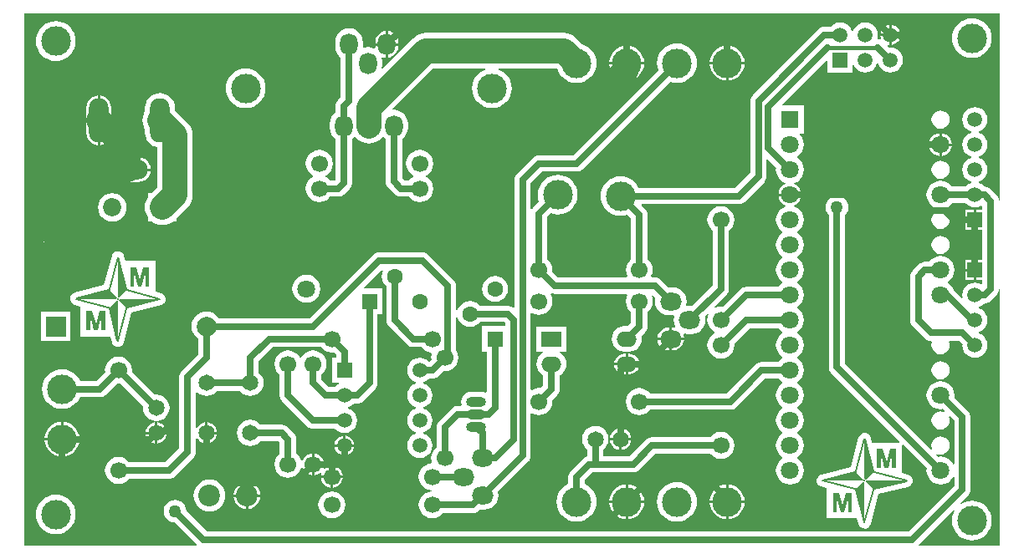
<source format=gbl>
%FSLAX25Y25*%
%MOIN*%
G70*
G01*
G75*
G04 Layer_Physical_Order=2*
G04 Layer_Color=16711680*
%ADD10C,0.02500*%
%ADD11C,0.01500*%
%ADD12C,0.10000*%
%ADD13O,0.07874X0.17716*%
%ADD14O,0.15748X0.07874*%
%ADD15C,0.06500*%
%ADD16C,0.11811*%
%ADD17R,0.05906X0.05906*%
%ADD18C,0.05906*%
%ADD19C,0.08661*%
%ADD20C,0.07087*%
%ADD21R,0.07087X0.07087*%
%ADD22R,0.05906X0.05906*%
%ADD23C,0.06693*%
%ADD24R,0.08000X0.06000*%
%ADD25O,0.08000X0.06000*%
%ADD26O,0.07874X0.03937*%
%ADD27O,0.07874X0.03937*%
%ADD28O,0.08661X0.07087*%
%ADD29C,0.06299*%
%ADD30R,0.06299X0.06299*%
%ADD31O,0.07087X0.08661*%
%ADD32R,0.07284X0.07284*%
%ADD33C,0.07284*%
%ADD34C,0.07874*%
%ADD35R,0.07874X0.07874*%
%ADD36R,0.06299X0.06299*%
%ADD37C,0.05000*%
%ADD38R,0.00787X0.00787*%
%ADD39C,0.00787*%
G36*
X338509Y29715D02*
X335221Y26427D01*
X334759Y26618D01*
Y42669D01*
X335255Y42730D01*
X338509Y29715D01*
D02*
G37*
G36*
X351524Y25468D02*
X338509Y22215D01*
X335221Y25503D01*
X335412Y25965D01*
X351463D01*
X351524Y25468D01*
D02*
G37*
G36*
X334297Y26427D02*
X334106Y25965D01*
X318055D01*
X317994Y26461D01*
X331009Y29715D01*
X334297Y26427D01*
D02*
G37*
G36*
X334759Y25311D02*
Y9261D01*
X334263Y9200D01*
X331009Y22215D01*
X334297Y25503D01*
X334759Y25311D01*
D02*
G37*
G36*
X329658Y13465D02*
X328225D01*
X328214Y19508D01*
X326703Y13465D01*
X325203D01*
X323692Y19508D01*
Y13465D01*
X322259D01*
Y21153D01*
X324581D01*
X325958Y15898D01*
X327325Y21153D01*
X329658D01*
Y13465D01*
D02*
G37*
G36*
X347158Y30965D02*
X345725D01*
X345714Y37008D01*
X344203Y30965D01*
X342703D01*
X341192Y37008D01*
Y30965D01*
X339759D01*
Y38653D01*
X342081D01*
X343459Y33398D01*
X344825Y38653D01*
X347158D01*
Y30965D01*
D02*
G37*
G36*
X388750Y137745D02*
X388250Y137713D01*
X388166Y138348D01*
X387839Y139139D01*
X387544Y139523D01*
X387318Y139818D01*
X384818Y142318D01*
X384139Y142839D01*
X383744Y143003D01*
X383348Y143166D01*
X382924Y143222D01*
X382500Y143278D01*
X382477D01*
X382282Y143532D01*
X381248Y144326D01*
X380274Y144729D01*
Y145271D01*
X381248Y145674D01*
X382282Y146468D01*
X383076Y147502D01*
X383575Y148707D01*
X383746Y150000D01*
X383575Y151293D01*
X383076Y152498D01*
X382282Y153532D01*
X381248Y154326D01*
X380274Y154729D01*
Y155271D01*
X381248Y155674D01*
X382282Y156468D01*
X383076Y157502D01*
X383575Y158707D01*
X383746Y160000D01*
X383575Y161293D01*
X383076Y162498D01*
X382282Y163532D01*
X381248Y164326D01*
X380274Y164729D01*
Y165271D01*
X381248Y165674D01*
X382282Y166468D01*
X383076Y167502D01*
X383575Y168707D01*
X383746Y170000D01*
X383575Y171293D01*
X383076Y172498D01*
X382282Y173532D01*
X381248Y174326D01*
X380043Y174825D01*
X378750Y174996D01*
X377457Y174825D01*
X376252Y174326D01*
X375218Y173532D01*
X374424Y172498D01*
X373925Y171293D01*
X373755Y170000D01*
X373925Y168707D01*
X374424Y167502D01*
X375218Y166468D01*
X376252Y165674D01*
X377226Y165271D01*
Y164729D01*
X376252Y164326D01*
X375218Y163532D01*
X374424Y162498D01*
X373925Y161293D01*
X373755Y160000D01*
X373925Y158707D01*
X374424Y157502D01*
X375218Y156468D01*
X376252Y155674D01*
X377226Y155271D01*
Y154729D01*
X376252Y154326D01*
X375218Y153532D01*
X374424Y152498D01*
X373925Y151293D01*
X373755Y150000D01*
X373925Y148707D01*
X374424Y147502D01*
X375218Y146468D01*
X376252Y145674D01*
X377226Y145271D01*
Y144729D01*
X376252Y144326D01*
X375218Y143532D01*
X375023Y143278D01*
X369472D01*
X368954Y143954D01*
X367796Y144842D01*
X366447Y145401D01*
X365000Y145591D01*
X363553Y145401D01*
X362205Y144842D01*
X361047Y143954D01*
X360158Y142796D01*
X359599Y141447D01*
X359409Y140000D01*
X359599Y138553D01*
X360158Y137205D01*
X361047Y136047D01*
X362205Y135158D01*
X363553Y134599D01*
X365000Y134409D01*
X366447Y134599D01*
X367796Y135158D01*
X368954Y136047D01*
X369472Y136722D01*
X375023D01*
X375218Y136468D01*
X376252Y135674D01*
X377457Y135175D01*
X378750Y135005D01*
X380043Y135175D01*
X381248Y135674D01*
X381274Y135694D01*
X381722Y135473D01*
Y133953D01*
X379250D01*
Y130000D01*
Y126047D01*
X381722D01*
Y113953D01*
X379250D01*
Y110000D01*
Y106047D01*
X381722D01*
Y104528D01*
X381274Y104306D01*
X381248Y104326D01*
X380043Y104825D01*
X378750Y104996D01*
X377457Y104825D01*
X376252Y104326D01*
X375218Y103532D01*
X374424Y102498D01*
X373925Y101293D01*
X373755Y100000D01*
X373893Y98950D01*
X373419Y98717D01*
X370197Y101939D01*
X369842Y102796D01*
X368954Y103954D01*
X367986Y104696D01*
X367952Y104778D01*
Y105222D01*
X367986Y105304D01*
X368954Y106046D01*
X369842Y107204D01*
X370401Y108553D01*
X370591Y110000D01*
X370401Y111447D01*
X369842Y112796D01*
X368954Y113954D01*
X367796Y114842D01*
X366447Y115401D01*
X365000Y115591D01*
X363553Y115401D01*
X362205Y114842D01*
X361047Y113954D01*
X360528Y113278D01*
X358750D01*
X357902Y113166D01*
X357111Y112839D01*
X356727Y112544D01*
X356432Y112318D01*
X353932Y109818D01*
X353411Y109139D01*
X353247Y108744D01*
X353084Y108349D01*
X353028Y107924D01*
X352972Y107500D01*
Y90000D01*
X353028Y89576D01*
X353084Y89152D01*
X353247Y88756D01*
X353411Y88361D01*
X353932Y87682D01*
X358932Y82682D01*
X359611Y82161D01*
X360402Y81834D01*
X361250Y81722D01*
X361394D01*
X361672Y81306D01*
X361517Y80933D01*
X361394Y80000D01*
X361517Y79067D01*
X361877Y78197D01*
X362451Y77451D01*
X363197Y76877D01*
X364067Y76517D01*
X365000Y76394D01*
X365933Y76517D01*
X366803Y76877D01*
X367550Y77451D01*
X368123Y78197D01*
X368483Y79067D01*
X368606Y80000D01*
X368483Y80933D01*
X368328Y81306D01*
X368606Y81722D01*
X372392D01*
X373796Y80318D01*
X373755Y80000D01*
X373925Y78707D01*
X374424Y77502D01*
X375218Y76468D01*
X376252Y75674D01*
X377457Y75175D01*
X378750Y75005D01*
X380043Y75175D01*
X381248Y75674D01*
X382282Y76468D01*
X383076Y77502D01*
X383575Y78707D01*
X383746Y80000D01*
X383575Y81293D01*
X383076Y82498D01*
X382282Y83532D01*
X381248Y84326D01*
X380274Y84729D01*
Y85271D01*
X381248Y85674D01*
X382282Y86468D01*
X383076Y87502D01*
X383575Y88707D01*
X383746Y90000D01*
X383575Y91293D01*
X383076Y92498D01*
X382282Y93532D01*
X381248Y94326D01*
X380274Y94729D01*
Y95271D01*
X381248Y95674D01*
X382282Y96468D01*
X382477Y96722D01*
X382500D01*
X382924Y96778D01*
X383348Y96834D01*
X383744Y96997D01*
X384139Y97161D01*
X384818Y97682D01*
X387318Y100182D01*
X387544Y100477D01*
X387839Y100861D01*
X388166Y101652D01*
X388250Y102287D01*
X388750Y102255D01*
Y0D01*
X356593D01*
X356386Y500D01*
X370361Y14475D01*
X370767Y14174D01*
X370161Y13040D01*
X369709Y11550D01*
X369556Y10000D01*
X369709Y8450D01*
X370161Y6960D01*
X370895Y5587D01*
X371883Y4383D01*
X373087Y3395D01*
X374460Y2661D01*
X375950Y2209D01*
X377500Y2056D01*
X379050Y2209D01*
X380540Y2661D01*
X381913Y3395D01*
X383117Y4383D01*
X384105Y5587D01*
X384839Y6960D01*
X385291Y8450D01*
X385444Y10000D01*
X385291Y11550D01*
X384839Y13040D01*
X384105Y14413D01*
X383117Y15617D01*
X381913Y16605D01*
X380540Y17339D01*
X379050Y17791D01*
X377500Y17944D01*
X375950Y17791D01*
X374460Y17339D01*
X373326Y16733D01*
X373025Y17139D01*
X376068Y20182D01*
X376294Y20477D01*
X376589Y20861D01*
X376753Y21256D01*
X376916Y21652D01*
X376972Y22076D01*
X377028Y22500D01*
Y51250D01*
X376972Y51674D01*
X376916Y52099D01*
X376753Y52494D01*
X376589Y52889D01*
X376328Y53228D01*
X376068Y53568D01*
X370480Y59156D01*
X370591Y60000D01*
X370401Y61447D01*
X369842Y62796D01*
X368954Y63954D01*
X367796Y64842D01*
X366447Y65401D01*
X365000Y65591D01*
X363553Y65401D01*
X362205Y64842D01*
X361047Y63954D01*
X360158Y62796D01*
X359599Y61447D01*
X359409Y60000D01*
X359599Y58553D01*
X360158Y57205D01*
X361047Y56046D01*
X362205Y55158D01*
X363553Y54599D01*
X365000Y54409D01*
X365844Y54520D01*
X366628Y53736D01*
X366345Y53312D01*
X365933Y53483D01*
X365000Y53606D01*
X364067Y53483D01*
X363197Y53123D01*
X362451Y52550D01*
X361877Y51803D01*
X361517Y50933D01*
X361394Y50000D01*
X361517Y49067D01*
X361877Y48197D01*
X362451Y47451D01*
X363197Y46878D01*
X364067Y46517D01*
X365000Y46394D01*
X365933Y46517D01*
X366803Y46878D01*
X367550Y47451D01*
X368123Y48197D01*
X368483Y49067D01*
X368606Y50000D01*
X368483Y50933D01*
X368312Y51345D01*
X368736Y51628D01*
X370472Y49892D01*
Y32581D01*
X369972Y32482D01*
X369842Y32796D01*
X368954Y33954D01*
X367796Y34842D01*
X366447Y35401D01*
X365000Y35591D01*
X364156Y35480D01*
X363372Y36264D01*
X363655Y36688D01*
X364067Y36517D01*
X365000Y36394D01*
X365933Y36517D01*
X366803Y36878D01*
X367550Y37451D01*
X368123Y38197D01*
X368483Y39067D01*
X368606Y40000D01*
X368483Y40933D01*
X368123Y41803D01*
X367550Y42550D01*
X366803Y43123D01*
X365933Y43483D01*
X365000Y43606D01*
X364067Y43483D01*
X363197Y43123D01*
X362451Y42550D01*
X361877Y41803D01*
X361517Y40933D01*
X361394Y40000D01*
X361517Y39067D01*
X361688Y38655D01*
X361264Y38372D01*
X327028Y72608D01*
Y131880D01*
X327681Y132731D01*
X328134Y133825D01*
X328289Y135000D01*
X328134Y136175D01*
X327681Y137269D01*
X326959Y138209D01*
X326020Y138931D01*
X324925Y139384D01*
X323750Y139539D01*
X322575Y139384D01*
X321481Y138931D01*
X320541Y138209D01*
X319819Y137269D01*
X319366Y136175D01*
X319211Y135000D01*
X319366Y133825D01*
X319819Y132731D01*
X320472Y131880D01*
Y71250D01*
X320528Y70826D01*
X320584Y70402D01*
X320747Y70006D01*
X320911Y69611D01*
X321432Y68932D01*
X348750Y41615D01*
X348558Y41153D01*
X337751D01*
X337233Y43224D01*
X337116Y43473D01*
X337030Y43734D01*
X336947Y43830D01*
X336894Y43944D01*
X336690Y44128D01*
X336510Y44337D01*
X336454Y44365D01*
X336238Y44610D01*
X335382Y45028D01*
X334431Y45087D01*
X333531Y44778D01*
X332817Y44147D01*
X332399Y43292D01*
X329254Y31378D01*
X317499Y28439D01*
X317250Y28322D01*
X316989Y28235D01*
X316894Y28153D01*
X316780Y28099D01*
X316595Y27896D01*
X316387Y27716D01*
X316358Y27660D01*
X316113Y27443D01*
X315695Y26588D01*
X315636Y25637D01*
X315946Y24736D01*
X316576Y24023D01*
X317432Y23605D01*
X319759Y22990D01*
Y10965D01*
X331719D01*
X332284Y8705D01*
X332402Y8456D01*
X332488Y8195D01*
X332570Y8100D01*
X332624Y7986D01*
X332828Y7801D01*
X333008Y7592D01*
X333064Y7564D01*
X333280Y7319D01*
X334136Y6901D01*
X335086Y6842D01*
X335987Y7152D01*
X336701Y7782D01*
X337119Y8638D01*
X340264Y20551D01*
X352018Y23490D01*
X352267Y23608D01*
X352529Y23694D01*
X352624Y23776D01*
X352738Y23830D01*
X352923Y24034D01*
X353131Y24213D01*
X353159Y24269D01*
X353404Y24486D01*
X353822Y25342D01*
X353881Y26292D01*
X353572Y27193D01*
X352941Y27906D01*
X352086Y28324D01*
X349658Y28965D01*
Y40053D01*
X350120Y40244D01*
X359520Y30844D01*
X359409Y30000D01*
X359599Y28553D01*
X360158Y27204D01*
X361047Y26046D01*
X362205Y25158D01*
X363553Y24599D01*
X365000Y24409D01*
X366447Y24599D01*
X367796Y25158D01*
X368954Y26046D01*
X369842Y27204D01*
X369972Y27518D01*
X370472Y27419D01*
Y23858D01*
X352392Y5778D01*
X72608D01*
X64524Y13862D01*
X64384Y14925D01*
X63931Y16019D01*
X63209Y16960D01*
X62270Y17681D01*
X61175Y18134D01*
X60000Y18289D01*
X58825Y18134D01*
X57731Y17681D01*
X56791Y16960D01*
X56069Y16019D01*
X55616Y14925D01*
X55461Y13750D01*
X55616Y12575D01*
X56069Y11481D01*
X56791Y10541D01*
X57731Y9819D01*
X58825Y9366D01*
X59888Y9226D01*
X68614Y500D01*
X68407Y0D01*
X0D01*
Y212500D01*
X388750D01*
Y137745D01*
D02*
G37*
%LPC*%
G36*
X14500Y49390D02*
X13646Y49306D01*
X12345Y48911D01*
X11145Y48270D01*
X10093Y47407D01*
X9230Y46355D01*
X8589Y45156D01*
X8195Y43854D01*
X8110Y43000D01*
X14500D01*
Y49390D01*
D02*
G37*
G36*
X237000Y46721D02*
X236391Y46641D01*
X235357Y46212D01*
X234469Y45531D01*
X233788Y44643D01*
X233359Y43609D01*
X233279Y43000D01*
X237000D01*
Y46721D01*
D02*
G37*
G36*
X15500Y49390D02*
Y43000D01*
X21890D01*
X21806Y43854D01*
X21411Y45156D01*
X20770Y46355D01*
X19907Y47407D01*
X18855Y48270D01*
X17655Y48911D01*
X16354Y49306D01*
X15500Y49390D01*
D02*
G37*
G36*
X76721Y44500D02*
X73000D01*
Y40779D01*
X73610Y40859D01*
X74643Y41288D01*
X75531Y41969D01*
X76212Y42857D01*
X76641Y43891D01*
X76721Y44500D01*
D02*
G37*
G36*
X127000Y43921D02*
X126468Y43851D01*
X125507Y43453D01*
X124681Y42819D01*
X124047Y41993D01*
X123649Y41032D01*
X123579Y40500D01*
X127000D01*
Y43921D01*
D02*
G37*
G36*
X241721Y42000D02*
X238000D01*
Y38279D01*
X238610Y38359D01*
X239643Y38788D01*
X240531Y39469D01*
X241212Y40357D01*
X241641Y41391D01*
X241721Y42000D01*
D02*
G37*
G36*
X237000D02*
X233279D01*
X233359Y41391D01*
X233788Y40357D01*
X234469Y39469D01*
X235357Y38788D01*
X236391Y38359D01*
X237000Y38279D01*
Y42000D01*
D02*
G37*
G36*
X56721Y44500D02*
X53000D01*
Y40779D01*
X53610Y40859D01*
X54643Y41288D01*
X55531Y41969D01*
X56212Y42857D01*
X56641Y43891D01*
X56721Y44500D01*
D02*
G37*
G36*
X52000D02*
X48279D01*
X48359Y43891D01*
X48788Y42857D01*
X49469Y41969D01*
X50357Y41288D01*
X51391Y40859D01*
X52000Y40779D01*
Y44500D01*
D02*
G37*
G36*
X128000Y43921D02*
Y40500D01*
X131421D01*
X131351Y41032D01*
X130953Y41993D01*
X130319Y42819D01*
X129493Y43453D01*
X128532Y43851D01*
X128000Y43921D01*
D02*
G37*
G36*
X238000Y46721D02*
Y43000D01*
X241721D01*
X241641Y43609D01*
X241212Y44643D01*
X240531Y45531D01*
X239643Y46212D01*
X238610Y46641D01*
X238000Y46721D01*
D02*
G37*
G36*
X257000Y82000D02*
X252196D01*
X252286Y81314D01*
X252744Y80209D01*
X253472Y79260D01*
X254421Y78531D01*
X255527Y78074D01*
X256713Y77918D01*
X257000D01*
Y82000D01*
D02*
G37*
G36*
X241000Y76535D02*
X240500D01*
Y73000D01*
X244969D01*
X244897Y73544D01*
X244494Y74517D01*
X243853Y75353D01*
X243017Y75994D01*
X242044Y76397D01*
X241000Y76535D01*
D02*
G37*
G36*
X239500D02*
X239000D01*
X237956Y76397D01*
X236983Y75994D01*
X236147Y75353D01*
X235506Y74517D01*
X235103Y73544D01*
X235031Y73000D01*
X239500D01*
Y76535D01*
D02*
G37*
G36*
X262804Y82000D02*
X258000D01*
Y77918D01*
X258288D01*
X259473Y78074D01*
X260579Y78531D01*
X261528Y79260D01*
X262256Y80209D01*
X262714Y81314D01*
X262804Y82000D01*
D02*
G37*
G36*
X257000Y87083D02*
X256713D01*
X255527Y86926D01*
X254421Y86469D01*
X253472Y85740D01*
X252744Y84791D01*
X252286Y83686D01*
X252196Y83000D01*
X257000D01*
Y87083D01*
D02*
G37*
G36*
X18437Y93437D02*
X6563D01*
Y81563D01*
X18437D01*
Y93437D01*
D02*
G37*
G36*
X36931Y117587D02*
X36031Y117278D01*
X35317Y116647D01*
X34899Y115791D01*
X31754Y103878D01*
X19999Y100939D01*
X19750Y100822D01*
X19489Y100735D01*
X19394Y100653D01*
X19280Y100599D01*
X19095Y100396D01*
X18887Y100216D01*
X18858Y100160D01*
X18613Y99943D01*
X18195Y99088D01*
X18136Y98137D01*
X18446Y97237D01*
X19076Y96523D01*
X19932Y96105D01*
X22259Y95490D01*
Y83465D01*
X34219D01*
X34784Y81205D01*
X34902Y80956D01*
X34988Y80695D01*
X35070Y80599D01*
X35124Y80486D01*
X35328Y80301D01*
X35508Y80092D01*
X35564Y80064D01*
X35780Y79819D01*
X36636Y79401D01*
X37586Y79342D01*
X38487Y79652D01*
X39201Y80282D01*
X39619Y81138D01*
X42764Y93051D01*
X54518Y95990D01*
X54767Y96108D01*
X55028Y96194D01*
X55124Y96276D01*
X55238Y96330D01*
X55423Y96534D01*
X55631Y96713D01*
X55659Y96769D01*
X55905Y96986D01*
X56322Y97842D01*
X56381Y98792D01*
X56072Y99693D01*
X55441Y100406D01*
X54586Y100824D01*
X52158Y101465D01*
Y113653D01*
X40251D01*
X39733Y115724D01*
X39616Y115973D01*
X39530Y116234D01*
X39447Y116330D01*
X39394Y116444D01*
X39190Y116628D01*
X39010Y116837D01*
X38954Y116865D01*
X38737Y117110D01*
X37882Y117528D01*
X36931Y117587D01*
D02*
G37*
G36*
X73000Y49221D02*
Y45500D01*
X76721D01*
X76641Y46110D01*
X76212Y47143D01*
X75531Y48031D01*
X74643Y48712D01*
X73610Y49141D01*
X73000Y49221D01*
D02*
G37*
G36*
X53000D02*
Y45500D01*
X56721D01*
X56641Y46110D01*
X56212Y47143D01*
X55531Y48031D01*
X54643Y48712D01*
X53610Y49141D01*
X53000Y49221D01*
D02*
G37*
G36*
X52000D02*
X51391Y49141D01*
X50357Y48712D01*
X49469Y48031D01*
X48788Y47143D01*
X48359Y46110D01*
X48279Y45500D01*
X52000D01*
Y49221D01*
D02*
G37*
G36*
X37500Y75393D02*
X36104Y75209D01*
X34804Y74670D01*
X33687Y73813D01*
X32830Y72696D01*
X32291Y71396D01*
X32107Y70000D01*
X32195Y69331D01*
X28642Y65778D01*
X22212D01*
X21605Y66913D01*
X20617Y68117D01*
X19413Y69105D01*
X18040Y69839D01*
X16550Y70291D01*
X15000Y70444D01*
X13450Y70291D01*
X11960Y69839D01*
X10587Y69105D01*
X9383Y68117D01*
X8395Y66913D01*
X7661Y65540D01*
X7209Y64050D01*
X7056Y62500D01*
X7209Y60950D01*
X7661Y59460D01*
X8395Y58087D01*
X9383Y56883D01*
X10587Y55895D01*
X11960Y55161D01*
X13450Y54709D01*
X15000Y54556D01*
X16550Y54709D01*
X18040Y55161D01*
X19413Y55895D01*
X20617Y56883D01*
X21605Y58087D01*
X22212Y59222D01*
X30000D01*
X30424Y59278D01*
X30849Y59334D01*
X31244Y59497D01*
X31639Y59661D01*
X32318Y60182D01*
X36831Y64696D01*
X37500Y64608D01*
X38169Y64696D01*
X47282Y55583D01*
X47205Y55000D01*
X47385Y53629D01*
X47914Y52352D01*
X48756Y51256D01*
X49852Y50414D01*
X51130Y49885D01*
X52172Y49748D01*
Y49725D01*
X52343D01*
X52500Y49705D01*
X52657Y49725D01*
X52828D01*
Y49748D01*
X53871Y49885D01*
X55148Y50414D01*
X56244Y51256D01*
X57086Y52352D01*
X57615Y53629D01*
X57795Y55000D01*
X57615Y56371D01*
X57086Y57648D01*
X56244Y58744D01*
X55148Y59586D01*
X53871Y60115D01*
X52500Y60295D01*
X51917Y60219D01*
X42805Y69331D01*
X42893Y70000D01*
X42709Y71396D01*
X42170Y72696D01*
X41313Y73813D01*
X40196Y74670D01*
X38896Y75209D01*
X37500Y75393D01*
D02*
G37*
G36*
X244969Y72000D02*
X240500D01*
Y68466D01*
X241000D01*
X242044Y68603D01*
X243017Y69006D01*
X243853Y69647D01*
X244494Y70483D01*
X244897Y71456D01*
X244969Y72000D01*
D02*
G37*
G36*
X239500D02*
X235031D01*
X235103Y71456D01*
X235506Y70483D01*
X236147Y69647D01*
X236983Y69006D01*
X237956Y68603D01*
X239000Y68466D01*
X239500D01*
Y72000D01*
D02*
G37*
G36*
X365000Y73606D02*
X364067Y73483D01*
X363197Y73123D01*
X362451Y72550D01*
X361877Y71803D01*
X361517Y70933D01*
X361394Y70000D01*
X361517Y69067D01*
X361877Y68197D01*
X362451Y67450D01*
X363197Y66878D01*
X364067Y66517D01*
X365000Y66394D01*
X365933Y66517D01*
X366803Y66878D01*
X367550Y67450D01*
X368123Y68197D01*
X368483Y69067D01*
X368606Y70000D01*
X368483Y70933D01*
X368123Y71803D01*
X367550Y72550D01*
X366803Y73123D01*
X365933Y73483D01*
X365000Y73606D01*
D02*
G37*
G36*
X131421Y39500D02*
X128000D01*
Y36079D01*
X128532Y36149D01*
X129493Y36547D01*
X130319Y37181D01*
X130953Y38007D01*
X131351Y38968D01*
X131421Y39500D01*
D02*
G37*
G36*
X94061Y19500D02*
X89250D01*
Y14689D01*
X90142Y14807D01*
X91438Y15344D01*
X92552Y16198D01*
X93406Y17312D01*
X93944Y18609D01*
X94061Y19500D01*
D02*
G37*
G36*
X88250D02*
X83439D01*
X83557Y18609D01*
X84094Y17312D01*
X84948Y16198D01*
X86062Y15344D01*
X87358Y14807D01*
X88250Y14689D01*
Y19500D01*
D02*
G37*
G36*
X73750Y26361D02*
X72509Y26239D01*
X71316Y25877D01*
X70216Y25289D01*
X69252Y24498D01*
X68461Y23534D01*
X67873Y22434D01*
X67511Y21241D01*
X67389Y20000D01*
X67511Y18759D01*
X67873Y17566D01*
X68461Y16466D01*
X69252Y15502D01*
X70216Y14711D01*
X71316Y14123D01*
X72509Y13761D01*
X73750Y13639D01*
X74991Y13761D01*
X76184Y14123D01*
X77284Y14711D01*
X78248Y15502D01*
X79039Y16466D01*
X79627Y17566D01*
X79989Y18759D01*
X80111Y20000D01*
X79989Y21241D01*
X79627Y22434D01*
X79039Y23534D01*
X78248Y24498D01*
X77284Y25289D01*
X76184Y25877D01*
X74991Y26239D01*
X73750Y26361D01*
D02*
G37*
G36*
X279500Y24390D02*
X278646Y24306D01*
X277345Y23911D01*
X276145Y23270D01*
X275094Y22407D01*
X274231Y21355D01*
X273589Y20155D01*
X273195Y18854D01*
X273110Y18000D01*
X279500D01*
Y24390D01*
D02*
G37*
G36*
X240500D02*
Y18000D01*
X246890D01*
X246806Y18854D01*
X246411Y20155D01*
X245770Y21355D01*
X244907Y22407D01*
X243855Y23270D01*
X242655Y23911D01*
X241354Y24306D01*
X240500Y24390D01*
D02*
G37*
G36*
X239500D02*
X238646Y24306D01*
X237345Y23911D01*
X236145Y23270D01*
X235093Y22407D01*
X234230Y21355D01*
X233589Y20155D01*
X233194Y18854D01*
X233110Y18000D01*
X239500D01*
Y24390D01*
D02*
G37*
G36*
X122500Y21643D02*
X121104Y21459D01*
X119804Y20920D01*
X118687Y20063D01*
X117830Y18946D01*
X117291Y17646D01*
X117107Y16250D01*
X117291Y14854D01*
X117830Y13554D01*
X118687Y12437D01*
X119804Y11580D01*
X121104Y11041D01*
X122500Y10858D01*
X123896Y11041D01*
X125196Y11580D01*
X126313Y12437D01*
X127170Y13554D01*
X127709Y14854D01*
X127893Y16250D01*
X127709Y17646D01*
X127170Y18946D01*
X126313Y20063D01*
X125196Y20920D01*
X123896Y21459D01*
X122500Y21643D01*
D02*
G37*
G36*
X239500Y17000D02*
X233110D01*
X233194Y16146D01*
X233589Y14845D01*
X234230Y13645D01*
X235093Y12594D01*
X236145Y11731D01*
X237345Y11089D01*
X238646Y10695D01*
X239500Y10610D01*
Y17000D01*
D02*
G37*
G36*
X260000Y25444D02*
X258450Y25291D01*
X256960Y24839D01*
X255587Y24105D01*
X254383Y23117D01*
X253395Y21913D01*
X252661Y20540D01*
X252209Y19050D01*
X252056Y17500D01*
X252209Y15950D01*
X252661Y14460D01*
X253395Y13087D01*
X254383Y11883D01*
X255587Y10895D01*
X256960Y10161D01*
X258450Y9709D01*
X260000Y9556D01*
X261550Y9709D01*
X263040Y10161D01*
X264413Y10895D01*
X265617Y11883D01*
X266605Y13087D01*
X267339Y14460D01*
X267791Y15950D01*
X267944Y17500D01*
X267791Y19050D01*
X267339Y20540D01*
X266605Y21913D01*
X265617Y23117D01*
X264413Y24105D01*
X263040Y24839D01*
X261550Y25291D01*
X260000Y25444D01*
D02*
G37*
G36*
X12500Y20444D02*
X10950Y20291D01*
X9460Y19839D01*
X8087Y19105D01*
X6883Y18117D01*
X5895Y16913D01*
X5161Y15540D01*
X4709Y14050D01*
X4556Y12500D01*
X4709Y10950D01*
X5161Y9460D01*
X5895Y8087D01*
X6883Y6883D01*
X8087Y5895D01*
X9460Y5161D01*
X10950Y4709D01*
X12500Y4556D01*
X14050Y4709D01*
X15540Y5161D01*
X16913Y5895D01*
X18117Y6883D01*
X19105Y8087D01*
X19839Y9460D01*
X20291Y10950D01*
X20444Y12500D01*
X20291Y14050D01*
X19839Y15540D01*
X19105Y16913D01*
X18117Y18117D01*
X16913Y19105D01*
X15540Y19839D01*
X14050Y20291D01*
X12500Y20444D01*
D02*
G37*
G36*
X286890Y17000D02*
X280500D01*
Y10610D01*
X281354Y10695D01*
X282656Y11089D01*
X283855Y11731D01*
X284907Y12594D01*
X285770Y13645D01*
X286411Y14845D01*
X286806Y16146D01*
X286890Y17000D01*
D02*
G37*
G36*
X279500D02*
X273110D01*
X273195Y16146D01*
X273589Y14845D01*
X274231Y13645D01*
X275094Y12594D01*
X276145Y11731D01*
X277345Y11089D01*
X278646Y10695D01*
X279500Y10610D01*
Y17000D01*
D02*
G37*
G36*
X246890D02*
X240500D01*
Y10610D01*
X241354Y10695D01*
X242655Y11089D01*
X243855Y11731D01*
X244907Y12594D01*
X245770Y13645D01*
X246411Y14845D01*
X246806Y16146D01*
X246890Y17000D01*
D02*
G37*
G36*
X227500Y47795D02*
X226130Y47615D01*
X224852Y47086D01*
X223756Y46244D01*
X222914Y45148D01*
X222385Y43871D01*
X222205Y42500D01*
X222385Y41129D01*
X222914Y39852D01*
X223756Y38756D01*
X224222Y38398D01*
Y35676D01*
X224152Y35666D01*
X223361Y35339D01*
X222682Y34818D01*
X217682Y29818D01*
X217161Y29139D01*
X216997Y28744D01*
X216834Y28348D01*
X216778Y27924D01*
X216722Y27500D01*
Y24712D01*
X215587Y24105D01*
X214383Y23117D01*
X213395Y21913D01*
X212661Y20540D01*
X212209Y19050D01*
X212056Y17500D01*
X212209Y15950D01*
X212661Y14460D01*
X213395Y13087D01*
X214383Y11883D01*
X215587Y10895D01*
X216960Y10161D01*
X218450Y9709D01*
X220000Y9556D01*
X221550Y9709D01*
X223040Y10161D01*
X224413Y10895D01*
X225617Y11883D01*
X226605Y13087D01*
X227339Y14460D01*
X227791Y15950D01*
X227944Y17500D01*
X227791Y19050D01*
X227339Y20540D01*
X226605Y21913D01*
X225617Y23117D01*
X224413Y24105D01*
X223278Y24712D01*
Y26142D01*
X226358Y29222D01*
X242500D01*
X242924Y29278D01*
X243349Y29334D01*
X243744Y29497D01*
X244139Y29661D01*
X244818Y30182D01*
X251358Y36722D01*
X273276D01*
X273687Y36187D01*
X274804Y35330D01*
X276104Y34791D01*
X277500Y34607D01*
X278896Y34791D01*
X280196Y35330D01*
X281313Y36187D01*
X282170Y37304D01*
X282709Y38604D01*
X282893Y40000D01*
X282709Y41396D01*
X282170Y42696D01*
X281313Y43813D01*
X280196Y44670D01*
X278896Y45209D01*
X277500Y45393D01*
X276104Y45209D01*
X274804Y44670D01*
X273687Y43813D01*
X273276Y43278D01*
X250000D01*
X249576Y43222D01*
X249152Y43166D01*
X248756Y43003D01*
X248361Y42839D01*
X247977Y42544D01*
X247682Y42318D01*
X241142Y35778D01*
X230778D01*
Y38398D01*
X231244Y38756D01*
X232086Y39852D01*
X232615Y41129D01*
X232752Y42172D01*
X232775D01*
Y42343D01*
X232796Y42500D01*
X232775Y42657D01*
Y42828D01*
X232752D01*
X232615Y43871D01*
X232086Y45148D01*
X231244Y46244D01*
X230148Y47086D01*
X228871Y47615D01*
X227500Y47795D01*
D02*
G37*
G36*
X115500Y36818D02*
Y33000D01*
X119318D01*
X119235Y33635D01*
X118797Y34692D01*
X118100Y35600D01*
X117192Y36297D01*
X116135Y36735D01*
X115500Y36818D01*
D02*
G37*
G36*
X90000Y50295D02*
X88630Y50115D01*
X87352Y49586D01*
X86256Y48744D01*
X85414Y47648D01*
X84885Y46371D01*
X84705Y45000D01*
X84885Y43630D01*
X85414Y42352D01*
X86256Y41256D01*
X87352Y40414D01*
X88630Y39885D01*
X90000Y39705D01*
X91371Y39885D01*
X92648Y40414D01*
X93744Y41256D01*
X94102Y41722D01*
X101142D01*
X101722Y41142D01*
Y36724D01*
X101187Y36313D01*
X100330Y35196D01*
X99791Y33896D01*
X99607Y32500D01*
X99791Y31104D01*
X100330Y29804D01*
X101187Y28687D01*
X102304Y27830D01*
X103604Y27291D01*
X105000Y27108D01*
X106396Y27291D01*
X107696Y27830D01*
X108813Y28687D01*
X109670Y29804D01*
X110209Y31104D01*
X110252Y31433D01*
X110757D01*
X110766Y31365D01*
X111203Y30308D01*
X111900Y29400D01*
X112808Y28703D01*
X113865Y28266D01*
X114500Y28182D01*
Y32500D01*
Y36818D01*
X113865Y36735D01*
X112808Y36297D01*
X111900Y35600D01*
X111203Y34692D01*
X110766Y33635D01*
X110757Y33567D01*
X110252D01*
X110209Y33896D01*
X109670Y35196D01*
X108813Y36313D01*
X108278Y36724D01*
Y42500D01*
X108166Y43349D01*
X107839Y44139D01*
X107544Y44523D01*
X107318Y44818D01*
X104818Y47318D01*
X104139Y47839D01*
X103744Y48003D01*
X103349Y48166D01*
X102924Y48222D01*
X102500Y48278D01*
X94102D01*
X93744Y48744D01*
X92648Y49586D01*
X91371Y50115D01*
X90000Y50295D01*
D02*
G37*
G36*
X127000Y39500D02*
X123579D01*
X123649Y38968D01*
X124047Y38007D01*
X124681Y37181D01*
X125507Y36547D01*
X126468Y36149D01*
X127000Y36079D01*
Y39500D01*
D02*
G37*
G36*
X21890Y42000D02*
X15500D01*
Y35610D01*
X16354Y35695D01*
X17655Y36089D01*
X18855Y36731D01*
X19907Y37593D01*
X20770Y38645D01*
X21411Y39845D01*
X21806Y41146D01*
X21890Y42000D01*
D02*
G37*
G36*
X14500D02*
X8110D01*
X8195Y41146D01*
X8589Y39845D01*
X9230Y38645D01*
X10093Y37593D01*
X11145Y36731D01*
X12345Y36089D01*
X13646Y35695D01*
X14500Y35610D01*
Y42000D01*
D02*
G37*
G36*
X123000Y31818D02*
Y28000D01*
X126818D01*
X126735Y28635D01*
X126297Y29692D01*
X125600Y30600D01*
X124692Y31297D01*
X123635Y31735D01*
X123000Y31818D01*
D02*
G37*
G36*
X89250Y25311D02*
Y20500D01*
X94061D01*
X93944Y21392D01*
X93406Y22688D01*
X92552Y23802D01*
X91438Y24656D01*
X90142Y25194D01*
X89250Y25311D01*
D02*
G37*
G36*
X88250D02*
X87358Y25194D01*
X86062Y24656D01*
X84948Y23802D01*
X84094Y22688D01*
X83557Y21392D01*
X83439Y20500D01*
X88250D01*
Y25311D01*
D02*
G37*
G36*
X280500Y24390D02*
Y18000D01*
X286890D01*
X286806Y18854D01*
X286411Y20155D01*
X285770Y21355D01*
X284907Y22407D01*
X283855Y23270D01*
X282656Y23911D01*
X281354Y24306D01*
X280500Y24390D01*
D02*
G37*
G36*
X119318Y32000D02*
X115500D01*
Y28182D01*
X116135Y28266D01*
X117192Y28703D01*
X118014Y29334D01*
X118375Y29132D01*
X118444Y29065D01*
X118265Y28635D01*
X118182Y28000D01*
X122000D01*
Y31818D01*
X121365Y31735D01*
X120308Y31297D01*
X119486Y30666D01*
X119125Y30868D01*
X119056Y30935D01*
X119235Y31365D01*
X119318Y32000D01*
D02*
G37*
G36*
X126818Y27000D02*
X123000D01*
Y23182D01*
X123635Y23266D01*
X124692Y23703D01*
X125600Y24400D01*
X126297Y25308D01*
X126735Y26365D01*
X126818Y27000D01*
D02*
G37*
G36*
X122000D02*
X118182D01*
X118265Y26365D01*
X118703Y25308D01*
X119400Y24400D01*
X120308Y23703D01*
X121365Y23266D01*
X122000Y23182D01*
Y27000D01*
D02*
G37*
G36*
X30126Y179520D02*
Y170185D01*
X34606D01*
Y174606D01*
X34436Y175895D01*
X33939Y177096D01*
X33147Y178128D01*
X32116Y178919D01*
X30915Y179416D01*
X30126Y179520D01*
D02*
G37*
G36*
X29126D02*
X28337Y179416D01*
X27136Y178919D01*
X26105Y178128D01*
X25314Y177096D01*
X24816Y175895D01*
X24646Y174606D01*
Y170185D01*
X29126D01*
Y179520D01*
D02*
G37*
G36*
X365000Y173606D02*
X364067Y173483D01*
X363197Y173123D01*
X362451Y172550D01*
X361877Y171803D01*
X361517Y170933D01*
X361394Y170000D01*
X361517Y169067D01*
X361877Y168197D01*
X362451Y167450D01*
X363197Y166877D01*
X364067Y166517D01*
X365000Y166394D01*
X365933Y166517D01*
X366803Y166877D01*
X367550Y167450D01*
X368123Y168197D01*
X368483Y169067D01*
X368606Y170000D01*
X368483Y170933D01*
X368123Y171803D01*
X367550Y172550D01*
X366803Y173123D01*
X365933Y173483D01*
X365000Y173606D01*
D02*
G37*
G36*
X88125Y190444D02*
X86575Y190291D01*
X85085Y189839D01*
X83712Y189105D01*
X82508Y188117D01*
X81520Y186913D01*
X80786Y185540D01*
X80334Y184050D01*
X80181Y182500D01*
X80334Y180950D01*
X80786Y179460D01*
X81520Y178087D01*
X82508Y176883D01*
X83712Y175895D01*
X85085Y175161D01*
X86575Y174709D01*
X88125Y174556D01*
X89675Y174709D01*
X91165Y175161D01*
X92538Y175895D01*
X93742Y176883D01*
X94730Y178087D01*
X95464Y179460D01*
X95916Y180950D01*
X96069Y182500D01*
X95916Y184050D01*
X95464Y185540D01*
X94730Y186913D01*
X93742Y188117D01*
X92538Y189105D01*
X91165Y189839D01*
X89675Y190291D01*
X88125Y190444D01*
D02*
G37*
G36*
X246890Y192000D02*
X240500D01*
Y185610D01*
X241354Y185695D01*
X242655Y186089D01*
X243855Y186731D01*
X244907Y187593D01*
X245770Y188645D01*
X246411Y189845D01*
X246806Y191146D01*
X246890Y192000D01*
D02*
G37*
G36*
X239500D02*
X233110D01*
X233194Y191146D01*
X233589Y189845D01*
X234230Y188645D01*
X235093Y187593D01*
X236145Y186731D01*
X237345Y186089D01*
X238646Y185695D01*
X239500Y185610D01*
Y192000D01*
D02*
G37*
G36*
X129375Y206379D02*
X127928Y206188D01*
X126579Y205629D01*
X125422Y204741D01*
X124533Y203583D01*
X123974Y202235D01*
X123784Y200787D01*
Y199213D01*
X123974Y197766D01*
X124533Y196417D01*
X125422Y195259D01*
X126097Y194741D01*
Y178858D01*
X124932Y177693D01*
X124411Y177014D01*
X124247Y176619D01*
X124084Y176224D01*
X124028Y175799D01*
X123972Y175375D01*
Y172759D01*
X123296Y172241D01*
X122408Y171083D01*
X121849Y169735D01*
X121659Y168288D01*
Y166713D01*
X121849Y165266D01*
X122408Y163917D01*
X123296Y162759D01*
X123972Y162241D01*
Y146108D01*
X123642Y145778D01*
X121724D01*
X121313Y146313D01*
X120196Y147170D01*
X120003Y147250D01*
Y147750D01*
X120196Y147830D01*
X121313Y148687D01*
X122170Y149804D01*
X122709Y151104D01*
X122893Y152500D01*
X122709Y153896D01*
X122170Y155196D01*
X121313Y156313D01*
X120196Y157170D01*
X118896Y157709D01*
X117500Y157893D01*
X116104Y157709D01*
X114804Y157170D01*
X113687Y156313D01*
X112830Y155196D01*
X112291Y153896D01*
X112108Y152500D01*
X112291Y151104D01*
X112830Y149804D01*
X113687Y148687D01*
X114804Y147830D01*
X114997Y147750D01*
Y147250D01*
X114804Y147170D01*
X113687Y146313D01*
X112830Y145196D01*
X112291Y143896D01*
X112108Y142500D01*
X112291Y141104D01*
X112830Y139804D01*
X113687Y138687D01*
X114804Y137830D01*
X116104Y137291D01*
X117500Y137108D01*
X118896Y137291D01*
X120196Y137830D01*
X121313Y138687D01*
X121724Y139222D01*
X125000D01*
X125424Y139278D01*
X125848Y139334D01*
X126244Y139497D01*
X126639Y139661D01*
X127318Y140182D01*
X129568Y142432D01*
X130089Y143111D01*
X130253Y143506D01*
X130416Y143902D01*
X130472Y144326D01*
X130528Y144750D01*
Y162241D01*
X131204Y162759D01*
X131385Y162995D01*
X131885Y163004D01*
X132276Y162526D01*
X133342Y161652D01*
X134558Y161002D01*
X135878Y160601D01*
X137250Y160466D01*
X138622Y160601D01*
X139942Y161002D01*
X141158Y161652D01*
X142224Y162526D01*
X142615Y163004D01*
X143115Y162995D01*
X143297Y162759D01*
X143972Y162241D01*
Y145250D01*
X144028Y144826D01*
X144084Y144402D01*
X144247Y144006D01*
X144411Y143611D01*
X144932Y142932D01*
X147682Y140182D01*
X148361Y139661D01*
X149152Y139334D01*
X150000Y139222D01*
X153276D01*
X153687Y138687D01*
X154804Y137830D01*
X156104Y137291D01*
X157500Y137108D01*
X158896Y137291D01*
X160196Y137830D01*
X161313Y138687D01*
X162170Y139804D01*
X162709Y141104D01*
X162893Y142500D01*
X162709Y143896D01*
X162170Y145196D01*
X161313Y146313D01*
X160196Y147170D01*
X160003Y147250D01*
Y147750D01*
X160196Y147830D01*
X161313Y148687D01*
X162170Y149804D01*
X162709Y151104D01*
X162893Y152500D01*
X162709Y153896D01*
X162170Y155196D01*
X161313Y156313D01*
X160196Y157170D01*
X158896Y157709D01*
X157500Y157893D01*
X156104Y157709D01*
X154804Y157170D01*
X153687Y156313D01*
X152830Y155196D01*
X152291Y153896D01*
X152108Y152500D01*
X152291Y151104D01*
X152830Y149804D01*
X153687Y148687D01*
X154804Y147830D01*
X154997Y147750D01*
Y147250D01*
X154804Y147170D01*
X153687Y146313D01*
X153276Y145778D01*
X151358D01*
X150528Y146608D01*
Y162241D01*
X151204Y162759D01*
X152092Y163917D01*
X152651Y165266D01*
X152841Y166713D01*
Y168288D01*
X152651Y169735D01*
X152092Y171083D01*
X151204Y172241D01*
X150046Y173129D01*
X148697Y173688D01*
X147250Y173879D01*
X146957Y173840D01*
X146736Y174288D01*
X162914Y190466D01*
X183555D01*
X183629Y189966D01*
X183210Y189839D01*
X181837Y189105D01*
X180633Y188117D01*
X179645Y186913D01*
X178911Y185540D01*
X178459Y184050D01*
X178306Y182500D01*
X178459Y180950D01*
X178911Y179460D01*
X179645Y178087D01*
X180633Y176883D01*
X181837Y175895D01*
X183210Y175161D01*
X184700Y174709D01*
X186250Y174556D01*
X187800Y174709D01*
X189290Y175161D01*
X190663Y175895D01*
X191867Y176883D01*
X192855Y178087D01*
X193589Y179460D01*
X194041Y180950D01*
X194194Y182500D01*
X194041Y184050D01*
X193589Y185540D01*
X192855Y186913D01*
X191867Y188117D01*
X190663Y189105D01*
X189290Y189839D01*
X188871Y189966D01*
X188945Y190466D01*
X212087D01*
X212473Y190080D01*
X212661Y189460D01*
X213395Y188087D01*
X214383Y186883D01*
X215587Y185895D01*
X216960Y185161D01*
X218450Y184709D01*
X220000Y184556D01*
X221550Y184709D01*
X223040Y185161D01*
X224413Y185895D01*
X225617Y186883D01*
X226605Y188087D01*
X227339Y189460D01*
X227791Y190950D01*
X227944Y192500D01*
X227791Y194050D01*
X227339Y195540D01*
X226605Y196913D01*
X225617Y198117D01*
X224413Y199105D01*
X223040Y199839D01*
X222420Y200027D01*
X219974Y202474D01*
X218908Y203348D01*
X217692Y203998D01*
X216372Y204399D01*
X215000Y204534D01*
X160000D01*
X160000Y204534D01*
X158628Y204399D01*
X157308Y203998D01*
X156092Y203348D01*
X155026Y202474D01*
X142774Y190222D01*
X142301Y190455D01*
X142466Y191713D01*
Y193288D01*
X142291Y194617D01*
X142532Y194880D01*
X142714Y194983D01*
X143189Y194786D01*
X143875Y194696D01*
Y199500D01*
X139793D01*
Y199213D01*
X139876Y198577D01*
X139417Y198235D01*
X138322Y198688D01*
X136875Y198879D01*
X135428Y198688D01*
X135328Y198647D01*
X134932Y198951D01*
X134966Y199213D01*
Y200787D01*
X134776Y202235D01*
X134217Y203583D01*
X133329Y204741D01*
X132171Y205629D01*
X130822Y206188D01*
X129375Y206379D01*
D02*
G37*
G36*
X369517Y159500D02*
X365500D01*
Y155483D01*
X366186Y155574D01*
X367291Y156032D01*
X368240Y156760D01*
X368969Y157709D01*
X369426Y158814D01*
X369517Y159500D01*
D02*
G37*
G36*
X364500D02*
X360483D01*
X360574Y158814D01*
X361032Y157709D01*
X361760Y156760D01*
X362709Y156032D01*
X363814Y155574D01*
X364500Y155483D01*
Y159500D01*
D02*
G37*
G36*
X45374Y154980D02*
X41937D01*
Y150500D01*
X50288D01*
X50184Y151289D01*
X49687Y152490D01*
X48895Y153521D01*
X47864Y154313D01*
X46663Y154810D01*
X45374Y154980D01*
D02*
G37*
G36*
X29126Y169185D02*
X24646D01*
Y164764D01*
X24816Y163475D01*
X25314Y162274D01*
X26105Y161243D01*
X27136Y160451D01*
X28337Y159954D01*
X29126Y159850D01*
Y169185D01*
D02*
G37*
G36*
X365500Y164517D02*
Y160500D01*
X369517D01*
X369426Y161186D01*
X368969Y162291D01*
X368240Y163240D01*
X367291Y163969D01*
X366186Y164426D01*
X365500Y164517D01*
D02*
G37*
G36*
X364500D02*
X363814Y164426D01*
X362709Y163969D01*
X361760Y163240D01*
X361032Y162291D01*
X360574Y161186D01*
X360483Y160500D01*
X364500D01*
Y164517D01*
D02*
G37*
G36*
X34606Y169185D02*
X30126D01*
Y159850D01*
X30915Y159954D01*
X32116Y160451D01*
X33147Y161243D01*
X33939Y162274D01*
X34436Y163475D01*
X34606Y164764D01*
Y169185D01*
D02*
G37*
G36*
X279500Y192000D02*
X273110D01*
X273195Y191146D01*
X273589Y189845D01*
X274231Y188645D01*
X275094Y187593D01*
X276145Y186731D01*
X277345Y186089D01*
X278646Y185695D01*
X279500Y185610D01*
Y192000D01*
D02*
G37*
G36*
X143875Y205304D02*
X143189Y205214D01*
X142084Y204756D01*
X141135Y204028D01*
X140407Y203079D01*
X139949Y201974D01*
X139793Y200787D01*
Y200500D01*
X143875D01*
Y205304D01*
D02*
G37*
G36*
X348921Y203250D02*
X345500D01*
Y199829D01*
X346032Y199899D01*
X346993Y200297D01*
X347819Y200931D01*
X348453Y201757D01*
X348851Y202718D01*
X348921Y203250D01*
D02*
G37*
G36*
X148958Y199500D02*
X144875D01*
Y194696D01*
X145561Y194786D01*
X146666Y195244D01*
X147615Y195972D01*
X148344Y196921D01*
X148801Y198027D01*
X148958Y199213D01*
Y199500D01*
D02*
G37*
G36*
X144875Y205304D02*
Y200500D01*
X148958D01*
Y200787D01*
X148801Y201974D01*
X148344Y203079D01*
X147615Y204028D01*
X146666Y204756D01*
X145561Y205214D01*
X144875Y205304D01*
D02*
G37*
G36*
X335000Y208746D02*
X333707Y208575D01*
X332502Y208076D01*
X331468Y207282D01*
X330674Y206248D01*
X330271Y205274D01*
X329729D01*
X329326Y206248D01*
X328532Y207282D01*
X327498Y208076D01*
X326293Y208575D01*
X325000Y208746D01*
X323707Y208575D01*
X322502Y208076D01*
X321468Y207282D01*
X321273Y207028D01*
X318750D01*
X317902Y206916D01*
X317343Y206685D01*
X317111Y206589D01*
X316816Y206363D01*
X316432Y206068D01*
X290182Y179818D01*
X289661Y179139D01*
X289497Y178744D01*
X289334Y178349D01*
X289278Y177924D01*
X289222Y177500D01*
Y148858D01*
X283142Y142778D01*
X244712D01*
X244105Y143913D01*
X243117Y145117D01*
X241913Y146105D01*
X240540Y146839D01*
X239050Y147291D01*
X237500Y147444D01*
X235950Y147291D01*
X234460Y146839D01*
X233087Y146105D01*
X231883Y145117D01*
X230895Y143913D01*
X230161Y142540D01*
X229709Y141050D01*
X229556Y139500D01*
X229709Y137950D01*
X230161Y136460D01*
X230895Y135087D01*
X231883Y133883D01*
X233087Y132895D01*
X234460Y132161D01*
X235950Y131709D01*
X237500Y131556D01*
X239050Y131709D01*
X240282Y132083D01*
X241722Y130642D01*
Y114224D01*
X241187Y113813D01*
X240330Y112696D01*
X239791Y111396D01*
X239608Y110000D01*
X239791Y108604D01*
X240237Y107528D01*
X239952Y107028D01*
X212608D01*
X210305Y109331D01*
X210393Y110000D01*
X210209Y111396D01*
X209670Y112696D01*
X208813Y113813D01*
X208278Y114224D01*
Y131142D01*
X209718Y132583D01*
X210950Y132209D01*
X212500Y132056D01*
X214050Y132209D01*
X215540Y132661D01*
X216913Y133395D01*
X218117Y134383D01*
X219105Y135587D01*
X219839Y136960D01*
X220291Y138450D01*
X220444Y140000D01*
X220291Y141550D01*
X219839Y143040D01*
X219105Y144413D01*
X218117Y145617D01*
X216913Y146605D01*
X215540Y147339D01*
X214050Y147791D01*
X212500Y147944D01*
X210950Y147791D01*
X209460Y147339D01*
X208087Y146605D01*
X206883Y145617D01*
X205895Y144413D01*
X205161Y143040D01*
X204709Y141550D01*
X204556Y140000D01*
X204709Y138450D01*
X205083Y137218D01*
X202682Y134818D01*
X202278Y134291D01*
X201778Y134461D01*
Y144642D01*
X206358Y149222D01*
X220000D01*
X220424Y149278D01*
X220848Y149334D01*
X221244Y149497D01*
X221639Y149661D01*
X222318Y150182D01*
X257218Y185083D01*
X258450Y184709D01*
X260000Y184556D01*
X261550Y184709D01*
X263040Y185161D01*
X264413Y185895D01*
X265617Y186883D01*
X266605Y188087D01*
X267339Y189460D01*
X267791Y190950D01*
X267944Y192500D01*
X267791Y194050D01*
X267339Y195540D01*
X266605Y196913D01*
X265617Y198117D01*
X264413Y199105D01*
X263040Y199839D01*
X261550Y200291D01*
X260000Y200444D01*
X258450Y200291D01*
X256960Y199839D01*
X255587Y199105D01*
X254383Y198117D01*
X253395Y196913D01*
X252661Y195540D01*
X252209Y194050D01*
X252056Y192500D01*
X252209Y190950D01*
X252583Y189718D01*
X218642Y155778D01*
X205000D01*
X204152Y155666D01*
X203361Y155339D01*
X202682Y154818D01*
X196182Y148318D01*
X195661Y147639D01*
X195498Y147244D01*
X195334Y146848D01*
X195278Y146424D01*
X195222Y146000D01*
Y95042D01*
X194722Y94892D01*
X194139Y95339D01*
X193744Y95503D01*
X193349Y95666D01*
X192924Y95722D01*
X192500Y95778D01*
X181476D01*
X181173Y96173D01*
X180097Y96998D01*
X178844Y97517D01*
X177500Y97694D01*
X176156Y97517D01*
X174903Y96998D01*
X173827Y96173D01*
X173002Y95097D01*
X172528Y93953D01*
X172028Y94053D01*
Y103750D01*
X171916Y104598D01*
X171685Y105157D01*
X171589Y105389D01*
X171363Y105684D01*
X171068Y106068D01*
X161068Y116068D01*
X160389Y116589D01*
X159994Y116753D01*
X159599Y116916D01*
X159174Y116972D01*
X158750Y117028D01*
X141250D01*
X140402Y116916D01*
X139843Y116685D01*
X139611Y116589D01*
X139316Y116363D01*
X138932Y116068D01*
X113642Y90778D01*
X77480D01*
X77460Y90814D01*
X76718Y91719D01*
X75814Y92460D01*
X74783Y93012D01*
X73664Y93351D01*
X72500Y93466D01*
X71336Y93351D01*
X70217Y93012D01*
X69186Y92460D01*
X68282Y91719D01*
X67540Y90814D01*
X66988Y89783D01*
X66649Y88664D01*
X66534Y87500D01*
X66649Y86336D01*
X66988Y85217D01*
X67540Y84186D01*
X68282Y83282D01*
X69186Y82540D01*
X69222Y82520D01*
Y76358D01*
X62682Y69818D01*
X62161Y69139D01*
X61997Y68744D01*
X61834Y68348D01*
X61778Y67924D01*
X61722Y67500D01*
Y38858D01*
X56142Y33278D01*
X41724D01*
X41313Y33813D01*
X40196Y34670D01*
X38896Y35209D01*
X37500Y35393D01*
X36104Y35209D01*
X34804Y34670D01*
X33687Y33813D01*
X32830Y32696D01*
X32291Y31396D01*
X32107Y30000D01*
X32291Y28604D01*
X32830Y27304D01*
X33687Y26187D01*
X34804Y25330D01*
X36104Y24791D01*
X37500Y24608D01*
X38896Y24791D01*
X40196Y25330D01*
X41313Y26187D01*
X41724Y26722D01*
X57500D01*
X57924Y26778D01*
X58349Y26834D01*
X58744Y26997D01*
X59139Y27161D01*
X59818Y27682D01*
X67318Y35182D01*
X67544Y35477D01*
X67839Y35861D01*
X68003Y36256D01*
X68166Y36652D01*
X68222Y37076D01*
X68278Y37500D01*
Y42780D01*
X68778Y42880D01*
X68788Y42857D01*
X69469Y41969D01*
X70357Y41288D01*
X71391Y40859D01*
X72000Y40779D01*
Y45000D01*
Y49221D01*
X71391Y49141D01*
X70357Y48712D01*
X69469Y48031D01*
X68788Y47143D01*
X68778Y47120D01*
X68278Y47220D01*
Y61100D01*
X68603Y61211D01*
X68778Y61238D01*
X69852Y60414D01*
X71130Y59885D01*
X72500Y59705D01*
X73871Y59885D01*
X75148Y60414D01*
X76244Y61256D01*
X76602Y61722D01*
X85898D01*
X86256Y61256D01*
X87352Y60414D01*
X88630Y59885D01*
X90000Y59705D01*
X91371Y59885D01*
X92648Y60414D01*
X93744Y61256D01*
X94586Y62352D01*
X95115Y63630D01*
X95295Y65000D01*
X95115Y66371D01*
X94586Y67648D01*
X93744Y68744D01*
X93278Y69102D01*
Y73642D01*
X98858Y79222D01*
X118276D01*
X118687Y78687D01*
X119804Y77830D01*
X121104Y77291D01*
X122500Y77108D01*
X123169Y77196D01*
X124222Y76142D01*
Y74953D01*
X122547D01*
Y65047D01*
X125436D01*
X125536Y64547D01*
X125002Y64326D01*
X123968Y63532D01*
X123773Y63278D01*
X121358D01*
X118278Y66358D01*
Y68276D01*
X118813Y68687D01*
X119670Y69804D01*
X120209Y71104D01*
X120393Y72500D01*
X120209Y73896D01*
X119670Y75196D01*
X118813Y76313D01*
X117696Y77170D01*
X116396Y77709D01*
X115000Y77893D01*
X113604Y77709D01*
X112304Y77170D01*
X111187Y76313D01*
X110330Y75196D01*
X110250Y75003D01*
X109750D01*
X109670Y75196D01*
X108813Y76313D01*
X107696Y77170D01*
X106396Y77709D01*
X105000Y77893D01*
X103604Y77709D01*
X102304Y77170D01*
X101187Y76313D01*
X100330Y75196D01*
X99791Y73896D01*
X99607Y72500D01*
X99791Y71104D01*
X100330Y69804D01*
X101187Y68687D01*
X101722Y68276D01*
Y60000D01*
X101778Y59576D01*
X101834Y59152D01*
X101997Y58756D01*
X102161Y58361D01*
X102682Y57682D01*
X112682Y47682D01*
X113066Y47387D01*
X113361Y47161D01*
X113593Y47065D01*
X114152Y46834D01*
X115000Y46722D01*
X123773D01*
X123968Y46468D01*
X125002Y45674D01*
X126207Y45175D01*
X127500Y45005D01*
X128793Y45175D01*
X129998Y45674D01*
X131032Y46468D01*
X131826Y47502D01*
X132325Y48707D01*
X132495Y50000D01*
X132325Y51293D01*
X131826Y52498D01*
X131032Y53532D01*
X129998Y54326D01*
X129024Y54729D01*
Y55271D01*
X129998Y55674D01*
X131032Y56468D01*
X131228Y56722D01*
X132500D01*
X132924Y56778D01*
X133349Y56834D01*
X133744Y56998D01*
X134139Y57161D01*
X134818Y57682D01*
X139818Y62682D01*
X140339Y63361D01*
X140666Y64152D01*
X140778Y65000D01*
Y92351D01*
X142650D01*
Y102650D01*
X135439D01*
X135247Y103112D01*
X142310Y110174D01*
X142480Y110143D01*
X142787Y109579D01*
X142483Y108844D01*
X142306Y107500D01*
X142483Y106156D01*
X143002Y104903D01*
X143827Y103827D01*
X144222Y103524D01*
Y90000D01*
X144278Y89576D01*
X144334Y89152D01*
X144498Y88756D01*
X144661Y88361D01*
X145182Y87682D01*
X152682Y80182D01*
X152977Y79956D01*
X153361Y79661D01*
X153756Y79497D01*
X154152Y79334D01*
X154576Y79278D01*
X155000Y79222D01*
X158276D01*
X158687Y78687D01*
X159804Y77830D01*
X161104Y77291D01*
X162068Y77164D01*
X162383Y76618D01*
X162291Y76396D01*
X162108Y75000D01*
X162196Y74331D01*
X161374Y73510D01*
X161032Y73532D01*
X159998Y74326D01*
X158793Y74825D01*
X157500Y74995D01*
X156207Y74825D01*
X155002Y74326D01*
X153968Y73532D01*
X153174Y72498D01*
X152675Y71293D01*
X152505Y70000D01*
X152675Y68707D01*
X153174Y67502D01*
X153968Y66468D01*
X155002Y65674D01*
X155976Y65271D01*
Y64729D01*
X155002Y64326D01*
X153968Y63532D01*
X153174Y62498D01*
X152675Y61293D01*
X152505Y60000D01*
X152675Y58707D01*
X153174Y57502D01*
X153968Y56468D01*
X155002Y55674D01*
X155976Y55271D01*
Y54729D01*
X155002Y54326D01*
X153968Y53532D01*
X153174Y52498D01*
X152675Y51293D01*
X152505Y50000D01*
X152675Y48707D01*
X153174Y47502D01*
X153968Y46468D01*
X155002Y45674D01*
X155976Y45271D01*
Y44730D01*
X155002Y44326D01*
X153968Y43532D01*
X153174Y42498D01*
X152675Y41293D01*
X152505Y40000D01*
X152675Y38707D01*
X153174Y37502D01*
X153968Y36468D01*
X155002Y35674D01*
X156207Y35175D01*
X157500Y35005D01*
X158793Y35175D01*
X159998Y35674D01*
X161032Y36468D01*
X161826Y37502D01*
X162325Y38707D01*
X162496Y40000D01*
X162325Y41293D01*
X161826Y42498D01*
X161032Y43532D01*
X159998Y44326D01*
X159024Y44730D01*
Y45271D01*
X159998Y45674D01*
X161032Y46468D01*
X161826Y47502D01*
X162325Y48707D01*
X162496Y50000D01*
X162325Y51293D01*
X161826Y52498D01*
X161032Y53532D01*
X159998Y54326D01*
X159024Y54729D01*
Y55271D01*
X159998Y55674D01*
X161032Y56468D01*
X161826Y57502D01*
X162325Y58707D01*
X162496Y60000D01*
X162325Y61293D01*
X161826Y62498D01*
X161032Y63532D01*
X159998Y64326D01*
X159024Y64729D01*
Y65271D01*
X159998Y65674D01*
X161032Y66468D01*
X161228Y66722D01*
X162500D01*
X162924Y66778D01*
X163348Y66834D01*
X163744Y66997D01*
X164139Y67161D01*
X164818Y67682D01*
X166831Y69696D01*
X167500Y69608D01*
X168896Y69791D01*
X170196Y70330D01*
X171313Y71187D01*
X172170Y72304D01*
X172709Y73604D01*
X172893Y75000D01*
X172709Y76396D01*
X172170Y77696D01*
X172028Y77881D01*
Y90947D01*
X172528Y91047D01*
X173002Y89903D01*
X173827Y88827D01*
X174903Y88002D01*
X176156Y87483D01*
X177500Y87306D01*
X178844Y87483D01*
X180097Y88002D01*
X181173Y88827D01*
X181476Y89222D01*
X191142D01*
X191722Y88642D01*
Y87650D01*
X182351D01*
Y77350D01*
X184222D01*
Y61368D01*
X183722Y61069D01*
X183004Y61366D01*
X181969Y61503D01*
X178032D01*
X176996Y61366D01*
X176030Y60966D01*
X175201Y60330D01*
X174565Y59501D01*
X174165Y58536D01*
X174029Y57500D01*
X174165Y56464D01*
X174277Y56194D01*
X173999Y55778D01*
X172500D01*
X171652Y55666D01*
X170861Y55339D01*
X170182Y54818D01*
X165182Y49818D01*
X164661Y49139D01*
X164497Y48744D01*
X164334Y48349D01*
X164278Y47924D01*
X164222Y47500D01*
Y39224D01*
X163687Y38813D01*
X162830Y37696D01*
X162291Y36396D01*
X162108Y35000D01*
X162291Y33604D01*
X162383Y33382D01*
X162068Y32836D01*
X161104Y32709D01*
X159804Y32170D01*
X158687Y31313D01*
X157830Y30196D01*
X157291Y28896D01*
X157107Y27500D01*
X157291Y26104D01*
X157830Y24804D01*
X158687Y23687D01*
X159804Y22830D01*
X161104Y22291D01*
X162160Y22152D01*
X162160D01*
X162350Y22127D01*
Y22125D01*
Y22110D01*
Y22083D01*
Y21667D01*
Y21640D01*
Y21625D01*
Y21623D01*
X162160Y21598D01*
X162160D01*
X161104Y21459D01*
X159804Y20920D01*
X158687Y20063D01*
X157830Y18946D01*
X157291Y17646D01*
X157107Y16250D01*
X157291Y14854D01*
X157830Y13554D01*
X158687Y12437D01*
X159804Y11580D01*
X161104Y11041D01*
X162500Y10858D01*
X163896Y11041D01*
X165196Y11580D01*
X166313Y12437D01*
X166724Y12972D01*
X178750D01*
X179174Y13028D01*
X179598Y13084D01*
X179994Y13248D01*
X180389Y13411D01*
X181068Y13932D01*
X181564Y14428D01*
X181713Y14409D01*
X183288D01*
X184734Y14599D01*
X186083Y15158D01*
X187241Y16047D01*
X188129Y17205D01*
X188688Y18553D01*
X188879Y20000D01*
X188688Y21447D01*
X188657Y21521D01*
X200818Y33682D01*
X201113Y34066D01*
X201339Y34361D01*
X201435Y34593D01*
X201666Y35152D01*
X201778Y36000D01*
Y52668D01*
X202226Y52889D01*
X202304Y52830D01*
X203604Y52291D01*
X205000Y52108D01*
X206396Y52291D01*
X207696Y52830D01*
X208813Y53687D01*
X209670Y54804D01*
X210209Y56104D01*
X210393Y57500D01*
X210305Y58169D01*
X212318Y60182D01*
X212839Y60861D01*
X213166Y61652D01*
X213278Y62500D01*
Y68032D01*
X213522Y68133D01*
X214566Y68934D01*
X215368Y69978D01*
X215871Y71195D01*
X216043Y72500D01*
X215871Y73805D01*
X215368Y75022D01*
X214566Y76066D01*
X213522Y76868D01*
X213202Y77000D01*
X213301Y77500D01*
X216000D01*
Y87500D01*
X204000D01*
Y77500D01*
X206699D01*
X206798Y77000D01*
X206479Y76868D01*
X205434Y76066D01*
X204633Y75022D01*
X204129Y73805D01*
X203957Y72500D01*
X204129Y71195D01*
X204633Y69978D01*
X205434Y68934D01*
X206479Y68133D01*
X206722Y68032D01*
Y63858D01*
X205669Y62805D01*
X205000Y62893D01*
X203604Y62709D01*
X202304Y62170D01*
X202226Y62111D01*
X201778Y62332D01*
Y92668D01*
X202226Y92889D01*
X202304Y92830D01*
X203604Y92291D01*
X205000Y92107D01*
X206396Y92291D01*
X207696Y92830D01*
X208813Y93687D01*
X209670Y94804D01*
X210209Y96104D01*
X210393Y97500D01*
X210209Y98896D01*
X209670Y100196D01*
X209502Y100415D01*
X209818Y100826D01*
X210170Y100680D01*
X210402Y100584D01*
X210500Y100571D01*
X211250Y100472D01*
X239952D01*
X240237Y99972D01*
X239791Y98896D01*
X239608Y97500D01*
X239791Y96104D01*
X240330Y94804D01*
X241187Y93687D01*
X241722Y93276D01*
Y88858D01*
X240407Y87543D01*
X239000D01*
X237695Y87371D01*
X236478Y86867D01*
X235434Y86066D01*
X234633Y85022D01*
X234129Y83805D01*
X233957Y82500D01*
X234129Y81195D01*
X234633Y79979D01*
X235434Y78934D01*
X236478Y78133D01*
X237695Y77629D01*
X239000Y77457D01*
X241000D01*
X242305Y77629D01*
X243522Y78133D01*
X244566Y78934D01*
X245368Y79979D01*
X245871Y81195D01*
X246043Y82500D01*
X245880Y83744D01*
X247318Y85182D01*
X247839Y85861D01*
X248166Y86652D01*
X248278Y87500D01*
Y93276D01*
X248813Y93687D01*
X249670Y94804D01*
X250209Y96104D01*
X250393Y97500D01*
X250209Y98896D01*
X249818Y99839D01*
X250242Y100122D01*
X251343Y99022D01*
X251312Y98947D01*
X251121Y97500D01*
X251312Y96053D01*
X251871Y94705D01*
X252759Y93546D01*
X253917Y92658D01*
X255265Y92099D01*
X256713Y91909D01*
X258288D01*
X258549Y91943D01*
X258853Y91547D01*
X258812Y91447D01*
X258622Y90000D01*
X258812Y88553D01*
X259265Y87458D01*
X258923Y86999D01*
X258288Y87083D01*
X258000D01*
Y83000D01*
X262804D01*
X262714Y83686D01*
X262517Y84161D01*
X262620Y84343D01*
X262883Y84584D01*
X264213Y84409D01*
X265788D01*
X267234Y84599D01*
X268583Y85158D01*
X269741Y86046D01*
X270630Y87204D01*
X271188Y88553D01*
X271379Y90000D01*
X271188Y91447D01*
X271157Y91522D01*
X272258Y92622D01*
X272682Y92339D01*
X272291Y91396D01*
X272108Y90000D01*
X272291Y88604D01*
X272830Y87304D01*
X273687Y86187D01*
X274804Y85330D01*
X274997Y85250D01*
Y84750D01*
X274804Y84670D01*
X273687Y83813D01*
X272830Y82696D01*
X272291Y81396D01*
X272108Y80000D01*
X272291Y78604D01*
X272830Y77304D01*
X273687Y76187D01*
X274804Y75330D01*
X276104Y74791D01*
X277500Y74607D01*
X278896Y74791D01*
X280196Y75330D01*
X281313Y76187D01*
X282170Y77304D01*
X282709Y78604D01*
X282893Y80000D01*
X282805Y80669D01*
X288858Y86722D01*
X300528D01*
X301046Y86046D01*
X302014Y85304D01*
X302048Y85222D01*
Y84778D01*
X302014Y84696D01*
X301046Y83954D01*
X300158Y82796D01*
X299599Y81447D01*
X299409Y80000D01*
X299599Y78553D01*
X300158Y77205D01*
X301046Y76047D01*
X302014Y75304D01*
X302048Y75222D01*
Y74778D01*
X302014Y74696D01*
X301046Y73954D01*
X300528Y73278D01*
X293750D01*
X293326Y73222D01*
X292902Y73166D01*
X292506Y73003D01*
X292111Y72839D01*
X291432Y72318D01*
X279892Y60778D01*
X249224D01*
X248813Y61313D01*
X247696Y62170D01*
X246396Y62709D01*
X245000Y62893D01*
X243604Y62709D01*
X242304Y62170D01*
X241187Y61313D01*
X240330Y60196D01*
X239791Y58896D01*
X239608Y57500D01*
X239791Y56104D01*
X240330Y54804D01*
X241187Y53687D01*
X242304Y52830D01*
X243604Y52291D01*
X245000Y52108D01*
X246396Y52291D01*
X247696Y52830D01*
X248813Y53687D01*
X249224Y54222D01*
X281250D01*
X281674Y54278D01*
X282099Y54334D01*
X282494Y54497D01*
X282889Y54661D01*
X283568Y55182D01*
X295108Y66722D01*
X300528D01*
X301046Y66047D01*
X302014Y65304D01*
X302048Y65222D01*
Y64778D01*
X302014Y64696D01*
X301046Y63954D01*
X300158Y62796D01*
X299599Y61447D01*
X299409Y60000D01*
X299599Y58553D01*
X300158Y57205D01*
X301046Y56046D01*
X302014Y55304D01*
X302048Y55222D01*
Y54778D01*
X302014Y54696D01*
X301046Y53954D01*
X300158Y52796D01*
X299599Y51447D01*
X299409Y50000D01*
X299599Y48553D01*
X300158Y47205D01*
X301046Y46047D01*
X302014Y45304D01*
X302048Y45222D01*
Y44778D01*
X302014Y44696D01*
X301046Y43954D01*
X300158Y42796D01*
X299599Y41447D01*
X299409Y40000D01*
X299599Y38553D01*
X300158Y37205D01*
X301046Y36046D01*
X302014Y35304D01*
X302048Y35222D01*
Y34778D01*
X302014Y34696D01*
X301046Y33954D01*
X300158Y32796D01*
X299599Y31447D01*
X299409Y30000D01*
X299599Y28553D01*
X300158Y27204D01*
X301046Y26046D01*
X302204Y25158D01*
X303553Y24599D01*
X305000Y24409D01*
X306447Y24599D01*
X307796Y25158D01*
X308954Y26046D01*
X309842Y27204D01*
X310401Y28553D01*
X310591Y30000D01*
X310401Y31447D01*
X309842Y32796D01*
X308954Y33954D01*
X307986Y34696D01*
X307952Y34778D01*
Y35222D01*
X307986Y35304D01*
X308954Y36046D01*
X309842Y37205D01*
X310401Y38553D01*
X310591Y40000D01*
X310401Y41447D01*
X309842Y42796D01*
X308954Y43954D01*
X307986Y44696D01*
X307952Y44778D01*
Y45222D01*
X307986Y45304D01*
X308954Y46047D01*
X309842Y47205D01*
X310401Y48553D01*
X310591Y50000D01*
X310401Y51447D01*
X309842Y52796D01*
X308954Y53954D01*
X307986Y54696D01*
X307952Y54778D01*
Y55222D01*
X307986Y55304D01*
X308954Y56046D01*
X309842Y57205D01*
X310401Y58553D01*
X310591Y60000D01*
X310401Y61447D01*
X309842Y62796D01*
X308954Y63954D01*
X307986Y64696D01*
X307952Y64778D01*
Y65222D01*
X307986Y65304D01*
X308954Y66047D01*
X309842Y67204D01*
X310401Y68553D01*
X310591Y70000D01*
X310401Y71447D01*
X309842Y72796D01*
X308954Y73954D01*
X307986Y74696D01*
X307952Y74778D01*
Y75222D01*
X307986Y75304D01*
X308954Y76047D01*
X309842Y77205D01*
X310401Y78553D01*
X310591Y80000D01*
X310401Y81447D01*
X309842Y82796D01*
X308954Y83954D01*
X307986Y84696D01*
X307952Y84778D01*
Y85222D01*
X307986Y85304D01*
X308954Y86046D01*
X309842Y87204D01*
X310401Y88553D01*
X310591Y90000D01*
X310401Y91447D01*
X309842Y92796D01*
X308954Y93954D01*
X307986Y94696D01*
X307952Y94778D01*
Y95222D01*
X307986Y95304D01*
X308954Y96047D01*
X309842Y97205D01*
X310401Y98553D01*
X310591Y100000D01*
X310401Y101447D01*
X309842Y102796D01*
X308954Y103954D01*
X307986Y104696D01*
X307952Y104778D01*
Y105222D01*
X307986Y105304D01*
X308954Y106046D01*
X309842Y107204D01*
X310401Y108553D01*
X310591Y110000D01*
X310401Y111447D01*
X309842Y112796D01*
X308954Y113954D01*
X307986Y114696D01*
X307952Y114778D01*
Y115222D01*
X307986Y115304D01*
X308954Y116047D01*
X309842Y117204D01*
X310401Y118553D01*
X310591Y120000D01*
X310401Y121447D01*
X309842Y122796D01*
X308954Y123954D01*
X307986Y124696D01*
X307952Y124778D01*
Y125222D01*
X307986Y125304D01*
X308954Y126047D01*
X309842Y127205D01*
X310401Y128553D01*
X310591Y130000D01*
X310401Y131447D01*
X309842Y132796D01*
X308954Y133954D01*
X307796Y134842D01*
X306761Y135271D01*
Y135812D01*
X307291Y136031D01*
X308240Y136760D01*
X308969Y137709D01*
X309426Y138814D01*
X309517Y139500D01*
X300483D01*
X300574Y138814D01*
X301031Y137709D01*
X301760Y136760D01*
X302709Y136031D01*
X303239Y135812D01*
Y135271D01*
X302204Y134842D01*
X301046Y133954D01*
X300158Y132796D01*
X299599Y131447D01*
X299409Y130000D01*
X299599Y128553D01*
X300158Y127205D01*
X301046Y126047D01*
X302014Y125304D01*
X302048Y125222D01*
Y124778D01*
X302014Y124696D01*
X301046Y123954D01*
X300158Y122796D01*
X299599Y121447D01*
X299409Y120000D01*
X299599Y118553D01*
X300158Y117204D01*
X301046Y116047D01*
X302014Y115304D01*
X302048Y115222D01*
Y114778D01*
X302014Y114696D01*
X301046Y113954D01*
X300158Y112796D01*
X299599Y111447D01*
X299409Y110000D01*
X299599Y108553D01*
X300158Y107204D01*
X301046Y106046D01*
X302014Y105304D01*
X302048Y105222D01*
Y104778D01*
X302014Y104696D01*
X301046Y103954D01*
X300528Y103278D01*
X287500D01*
X286652Y103166D01*
X286093Y102935D01*
X285861Y102839D01*
X285566Y102613D01*
X285182Y102318D01*
X278169Y95305D01*
X277500Y95393D01*
X276104Y95209D01*
X275161Y94818D01*
X274878Y95242D01*
X279818Y100182D01*
X280339Y100861D01*
X280503Y101256D01*
X280666Y101652D01*
X280722Y102076D01*
X280778Y102500D01*
Y125776D01*
X281313Y126187D01*
X282170Y127304D01*
X282709Y128604D01*
X282893Y130000D01*
X282709Y131396D01*
X282170Y132696D01*
X281313Y133813D01*
X280196Y134670D01*
X278896Y135209D01*
X277500Y135393D01*
X276104Y135209D01*
X274804Y134670D01*
X273687Y133813D01*
X272830Y132696D01*
X272291Y131396D01*
X272108Y130000D01*
X272291Y128604D01*
X272830Y127304D01*
X273687Y126187D01*
X274222Y125776D01*
Y103858D01*
X265936Y95572D01*
X265788Y95591D01*
X264213D01*
X263951Y95557D01*
X263647Y95953D01*
X263688Y96053D01*
X263879Y97500D01*
X263688Y98947D01*
X263129Y100296D01*
X262241Y101454D01*
X261083Y102342D01*
X259735Y102901D01*
X258288Y103091D01*
X256713D01*
X256564Y103072D01*
X253568Y106068D01*
X252889Y106589D01*
X252494Y106753D01*
X252098Y106916D01*
X251674Y106972D01*
X251250Y107028D01*
X250048D01*
X249763Y107528D01*
X250209Y108604D01*
X250393Y110000D01*
X250209Y111396D01*
X249670Y112696D01*
X248813Y113813D01*
X248278Y114224D01*
Y132000D01*
X248222Y132424D01*
X248166Y132849D01*
X248003Y133244D01*
X247839Y133639D01*
X247544Y134023D01*
X247318Y134318D01*
X245876Y135760D01*
X246067Y136222D01*
X284500D01*
X284924Y136278D01*
X285349Y136334D01*
X285744Y136497D01*
X286139Y136661D01*
X286818Y137182D01*
X294818Y145182D01*
X295339Y145861D01*
X295666Y146652D01*
X295722Y147076D01*
X295778Y147500D01*
Y153933D01*
X296240Y154124D01*
X299520Y150844D01*
X299409Y150000D01*
X299599Y148553D01*
X300158Y147204D01*
X301046Y146046D01*
X302204Y145158D01*
X303239Y144729D01*
Y144188D01*
X302709Y143969D01*
X301760Y143240D01*
X301031Y142291D01*
X300574Y141186D01*
X300483Y140500D01*
X309517D01*
X309426Y141186D01*
X308969Y142291D01*
X308240Y143240D01*
X307291Y143969D01*
X306761Y144188D01*
Y144729D01*
X307796Y145158D01*
X308954Y146046D01*
X309842Y147204D01*
X310401Y148553D01*
X310591Y150000D01*
X310401Y151447D01*
X309842Y152796D01*
X308954Y153954D01*
X307986Y154696D01*
X307952Y154778D01*
Y155222D01*
X307986Y155304D01*
X308954Y156046D01*
X309842Y157204D01*
X310401Y158553D01*
X310591Y160000D01*
X310401Y161447D01*
X309842Y162796D01*
X308954Y163954D01*
X308915Y163983D01*
X309076Y164457D01*
X310543D01*
Y175543D01*
X302082D01*
X301891Y176005D01*
X319585Y193700D01*
X320047Y193508D01*
Y188797D01*
X329953D01*
Y191686D01*
X330453Y191786D01*
X330674Y191252D01*
X331468Y190218D01*
X332502Y189424D01*
X333707Y188925D01*
X335000Y188755D01*
X336293Y188925D01*
X337498Y189424D01*
X338532Y190218D01*
X339326Y191252D01*
X339729Y192226D01*
X340271D01*
X340674Y191252D01*
X341468Y190218D01*
X342502Y189424D01*
X343707Y188925D01*
X345000Y188755D01*
X346293Y188925D01*
X347498Y189424D01*
X348532Y190218D01*
X349326Y191252D01*
X349825Y192457D01*
X349995Y193750D01*
X349825Y195043D01*
X349326Y196248D01*
X348532Y197282D01*
X347498Y198076D01*
X346293Y198575D01*
X345000Y198746D01*
X344682Y198704D01*
X343995Y199391D01*
X344228Y199865D01*
X344500Y199829D01*
Y203250D01*
X341079D01*
X341149Y202718D01*
X341342Y202253D01*
X340959Y201871D01*
X340848Y201916D01*
X340179Y202005D01*
X339871Y202398D01*
X339832Y202510D01*
X339996Y203750D01*
X339825Y205043D01*
X339326Y206248D01*
X338532Y207282D01*
X337498Y208076D01*
X336293Y208575D01*
X335000Y208746D01*
D02*
G37*
G36*
X345500Y207671D02*
Y204250D01*
X348921D01*
X348851Y204782D01*
X348453Y205744D01*
X347819Y206569D01*
X346993Y207203D01*
X346032Y207601D01*
X345500Y207671D01*
D02*
G37*
G36*
X344500D02*
X343968Y207601D01*
X343007Y207203D01*
X342181Y206569D01*
X341547Y205744D01*
X341149Y204782D01*
X341079Y204250D01*
X344500D01*
Y207671D01*
D02*
G37*
G36*
X240500Y199390D02*
Y193000D01*
X246890D01*
X246806Y193854D01*
X246411Y195156D01*
X245770Y196355D01*
X244907Y197407D01*
X243855Y198270D01*
X242655Y198911D01*
X241354Y199306D01*
X240500Y199390D01*
D02*
G37*
G36*
X239500D02*
X238646Y199306D01*
X237345Y198911D01*
X236145Y198270D01*
X235093Y197407D01*
X234230Y196355D01*
X233589Y195156D01*
X233194Y193854D01*
X233110Y193000D01*
X239500D01*
Y199390D01*
D02*
G37*
G36*
X286890Y192000D02*
X280500D01*
Y185610D01*
X281354Y185695D01*
X282656Y186089D01*
X283855Y186731D01*
X284907Y187593D01*
X285770Y188645D01*
X286411Y189845D01*
X286806Y191146D01*
X286890Y192000D01*
D02*
G37*
G36*
X279500Y199390D02*
X278646Y199306D01*
X277345Y198911D01*
X276145Y198270D01*
X275094Y197407D01*
X274231Y196355D01*
X273589Y195156D01*
X273195Y193854D01*
X273110Y193000D01*
X279500D01*
Y199390D01*
D02*
G37*
G36*
X377500Y210444D02*
X375950Y210291D01*
X374460Y209839D01*
X373087Y209105D01*
X371883Y208117D01*
X370895Y206913D01*
X370161Y205540D01*
X369709Y204050D01*
X369556Y202500D01*
X369709Y200950D01*
X370161Y199460D01*
X370895Y198087D01*
X371883Y196883D01*
X373087Y195895D01*
X374460Y195161D01*
X375950Y194709D01*
X377500Y194556D01*
X379050Y194709D01*
X380540Y195161D01*
X381913Y195895D01*
X383117Y196883D01*
X384105Y198087D01*
X384839Y199460D01*
X385291Y200950D01*
X385444Y202500D01*
X385291Y204050D01*
X384839Y205540D01*
X384105Y206913D01*
X383117Y208117D01*
X381913Y209105D01*
X380540Y209839D01*
X379050Y210291D01*
X377500Y210444D01*
D02*
G37*
G36*
X12500Y209194D02*
X10950Y209041D01*
X9460Y208589D01*
X8087Y207855D01*
X6883Y206867D01*
X5895Y205663D01*
X5161Y204290D01*
X4709Y202800D01*
X4556Y201250D01*
X4709Y199700D01*
X5161Y198210D01*
X5895Y196837D01*
X6883Y195633D01*
X8087Y194645D01*
X9460Y193911D01*
X10950Y193459D01*
X12500Y193306D01*
X14050Y193459D01*
X15540Y193911D01*
X16913Y194645D01*
X18117Y195633D01*
X19105Y196837D01*
X19839Y198210D01*
X20291Y199700D01*
X20444Y201250D01*
X20291Y202800D01*
X19839Y204290D01*
X19105Y205663D01*
X18117Y206867D01*
X16913Y207855D01*
X15540Y208589D01*
X14050Y209041D01*
X12500Y209194D01*
D02*
G37*
G36*
X280500Y199390D02*
Y193000D01*
X286890D01*
X286806Y193854D01*
X286411Y195156D01*
X285770Y196355D01*
X284907Y197407D01*
X283855Y198270D01*
X282656Y198911D01*
X281354Y199306D01*
X280500Y199390D01*
D02*
G37*
G36*
X40937Y154980D02*
X37500D01*
X36211Y154810D01*
X35010Y154313D01*
X33979Y153521D01*
X33188Y152490D01*
X32690Y151289D01*
X32586Y150500D01*
X40937D01*
Y154980D01*
D02*
G37*
G36*
X365000Y123606D02*
X364067Y123483D01*
X363197Y123123D01*
X362451Y122550D01*
X361877Y121803D01*
X361517Y120933D01*
X361394Y120000D01*
X361517Y119067D01*
X361877Y118197D01*
X362451Y117450D01*
X363197Y116877D01*
X364067Y116517D01*
X365000Y116394D01*
X365933Y116517D01*
X366803Y116877D01*
X367550Y117450D01*
X368123Y118197D01*
X368483Y119067D01*
X368606Y120000D01*
X368483Y120933D01*
X368123Y121803D01*
X367550Y122550D01*
X366803Y123123D01*
X365933Y123483D01*
X365000Y123606D01*
D02*
G37*
G36*
X378250Y113953D02*
X374797D01*
Y110500D01*
X378250D01*
Y113953D01*
D02*
G37*
G36*
Y109500D02*
X374797D01*
Y106047D01*
X378250D01*
Y109500D01*
D02*
G37*
G36*
X72000Y122000D02*
X67586D01*
X67690Y121211D01*
X68188Y120010D01*
X68979Y118979D01*
X70010Y118188D01*
X71211Y117690D01*
X72000Y117586D01*
Y122000D01*
D02*
G37*
G36*
X17414D02*
X13000D01*
Y117586D01*
X13789Y117690D01*
X14990Y118188D01*
X16021Y118979D01*
X16813Y120010D01*
X17310Y121211D01*
X17414Y122000D01*
D02*
G37*
G36*
X12000D02*
X7586D01*
X7690Y121211D01*
X8188Y120010D01*
X8979Y118979D01*
X10010Y118188D01*
X11211Y117690D01*
X12000Y117586D01*
Y122000D01*
D02*
G37*
G36*
X92158Y102000D02*
X88141D01*
X88231Y101314D01*
X88689Y100209D01*
X89417Y99260D01*
X90366Y98532D01*
X91471Y98074D01*
X92158Y97983D01*
Y102000D01*
D02*
G37*
G36*
X187500Y107694D02*
X186156Y107517D01*
X184903Y106998D01*
X183827Y106173D01*
X183002Y105097D01*
X182483Y103844D01*
X182306Y102500D01*
X182483Y101156D01*
X183002Y99903D01*
X183827Y98827D01*
X184903Y98002D01*
X186156Y97483D01*
X187500Y97306D01*
X188844Y97483D01*
X190097Y98002D01*
X191173Y98827D01*
X191998Y99903D01*
X192517Y101156D01*
X192694Y102500D01*
X192517Y103844D01*
X191998Y105097D01*
X191173Y106173D01*
X190097Y106998D01*
X188844Y107517D01*
X187500Y107694D01*
D02*
G37*
G36*
X112343Y108091D02*
X110896Y107901D01*
X109547Y107342D01*
X108389Y106454D01*
X107501Y105296D01*
X106942Y103947D01*
X106751Y102500D01*
X106942Y101053D01*
X107501Y99704D01*
X108389Y98546D01*
X109547Y97658D01*
X110896Y97099D01*
X112343Y96909D01*
X113790Y97099D01*
X115138Y97658D01*
X116296Y98546D01*
X117185Y99704D01*
X117743Y101053D01*
X117934Y102500D01*
X117743Y103947D01*
X117185Y105296D01*
X116296Y106454D01*
X115138Y107342D01*
X113790Y107901D01*
X112343Y108091D01*
D02*
G37*
G36*
X93158Y107017D02*
Y103000D01*
X97174D01*
X97084Y103686D01*
X96626Y104791D01*
X95898Y105740D01*
X94949Y106469D01*
X93844Y106926D01*
X93158Y107017D01*
D02*
G37*
G36*
X92158D02*
X91471Y106926D01*
X90366Y106469D01*
X89417Y105740D01*
X88689Y104791D01*
X88231Y103686D01*
X88141Y103000D01*
X92158D01*
Y107017D01*
D02*
G37*
G36*
X97174Y102000D02*
X93158D01*
Y97983D01*
X93844Y98074D01*
X94949Y98532D01*
X95898Y99260D01*
X96626Y100209D01*
X97084Y101314D01*
X97174Y102000D01*
D02*
G37*
G36*
X77414Y122000D02*
X73000D01*
Y117586D01*
X73789Y117690D01*
X74990Y118188D01*
X76021Y118979D01*
X76812Y120010D01*
X77310Y121211D01*
X77414Y122000D01*
D02*
G37*
G36*
X378250Y133953D02*
X374797D01*
Y130500D01*
X378250D01*
Y133953D01*
D02*
G37*
G36*
X35000Y140691D02*
X33527Y140497D01*
X32155Y139928D01*
X30976Y139024D01*
X30072Y137845D01*
X29504Y136473D01*
X29310Y135000D01*
X29504Y133527D01*
X30072Y132155D01*
X30976Y130976D01*
X32155Y130072D01*
X33527Y129504D01*
X35000Y129310D01*
X36473Y129504D01*
X37845Y130072D01*
X39024Y130976D01*
X39928Y132155D01*
X40497Y133527D01*
X40690Y135000D01*
X40497Y136473D01*
X39928Y137845D01*
X39024Y139024D01*
X37845Y139928D01*
X36473Y140497D01*
X35000Y140691D01*
D02*
G37*
G36*
X54036Y180572D02*
X52872Y180457D01*
X51753Y180118D01*
X50721Y179567D01*
X49817Y178825D01*
X49075Y177921D01*
X48524Y176889D01*
X48184Y175770D01*
X48070Y174606D01*
Y173373D01*
X47537Y172377D01*
X47137Y171057D01*
X47002Y169685D01*
X47137Y168313D01*
X47537Y166993D01*
X48070Y165997D01*
Y164764D01*
X48184Y163600D01*
X48524Y162481D01*
X49075Y161449D01*
X49817Y160545D01*
X50721Y159803D01*
X51753Y159252D01*
X52872Y158913D01*
X52966Y158903D01*
Y142914D01*
X50694Y140642D01*
X49358D01*
Y139160D01*
X49152Y138908D01*
X48502Y137692D01*
X48101Y136372D01*
X47966Y135000D01*
X48101Y133628D01*
X48502Y132308D01*
X49152Y131092D01*
X49358Y130840D01*
Y129358D01*
X50840D01*
X51092Y129152D01*
X52308Y128502D01*
X53628Y128101D01*
X55000Y127966D01*
X56372Y128101D01*
X57692Y128502D01*
X58908Y129152D01*
X59160Y129358D01*
X60642D01*
Y130694D01*
X64974Y135026D01*
X65848Y136092D01*
X66499Y137308D01*
X66899Y138628D01*
X67034Y140000D01*
X67034Y140000D01*
Y163721D01*
X66899Y165093D01*
X66499Y166412D01*
X65848Y167628D01*
X64974Y168694D01*
X60001Y173667D01*
Y174606D01*
X59887Y175770D01*
X59547Y176889D01*
X58996Y177921D01*
X58254Y178825D01*
X57350Y179567D01*
X56318Y180118D01*
X55199Y180457D01*
X54036Y180572D01*
D02*
G37*
G36*
X365000Y153606D02*
X364067Y153483D01*
X363197Y153123D01*
X362451Y152550D01*
X361877Y151803D01*
X361517Y150933D01*
X361394Y150000D01*
X361517Y149067D01*
X361877Y148197D01*
X362451Y147450D01*
X363197Y146878D01*
X364067Y146517D01*
X365000Y146394D01*
X365933Y146517D01*
X366803Y146878D01*
X367550Y147450D01*
X368123Y148197D01*
X368483Y149067D01*
X368606Y150000D01*
X368483Y150933D01*
X368123Y151803D01*
X367550Y152550D01*
X366803Y153123D01*
X365933Y153483D01*
X365000Y153606D01*
D02*
G37*
G36*
X50288Y149500D02*
X41937D01*
Y145020D01*
X45374D01*
X46663Y145190D01*
X47864Y145688D01*
X48895Y146479D01*
X49687Y147510D01*
X50184Y148711D01*
X50288Y149500D01*
D02*
G37*
G36*
X40937D02*
X32586D01*
X32690Y148711D01*
X33188Y147510D01*
X33979Y146479D01*
X35010Y145688D01*
X36211Y145190D01*
X37500Y145020D01*
X40937D01*
Y149500D01*
D02*
G37*
G36*
X72000Y127414D02*
X71211Y127310D01*
X70010Y126813D01*
X68979Y126021D01*
X68188Y124990D01*
X67690Y123789D01*
X67586Y123000D01*
X72000D01*
Y127414D01*
D02*
G37*
G36*
X73000D02*
Y123000D01*
X77414D01*
X77310Y123789D01*
X76812Y124990D01*
X76021Y126021D01*
X74990Y126813D01*
X73789Y127310D01*
X73000Y127414D01*
D02*
G37*
G36*
X12000D02*
X11211Y127310D01*
X10010Y126813D01*
X8979Y126021D01*
X8188Y124990D01*
X7690Y123789D01*
X7586Y123000D01*
X12000D01*
Y127414D01*
D02*
G37*
G36*
X13000D02*
Y123000D01*
X17414D01*
X17310Y123789D01*
X16813Y124990D01*
X16021Y126021D01*
X14990Y126813D01*
X13789Y127310D01*
X13000Y127414D01*
D02*
G37*
G36*
X378250Y129500D02*
X374797D01*
Y126047D01*
X378250D01*
Y129500D01*
D02*
G37*
G36*
X365000Y133606D02*
X364067Y133483D01*
X363197Y133123D01*
X362451Y132550D01*
X361877Y131803D01*
X361517Y130933D01*
X361394Y130000D01*
X361517Y129067D01*
X361877Y128197D01*
X362451Y127451D01*
X363197Y126877D01*
X364067Y126517D01*
X365000Y126394D01*
X365933Y126517D01*
X366803Y126877D01*
X367550Y127451D01*
X368123Y128197D01*
X368483Y129067D01*
X368606Y130000D01*
X368483Y130933D01*
X368123Y131803D01*
X367550Y132550D01*
X366803Y133123D01*
X365933Y133483D01*
X365000Y133606D01*
D02*
G37*
%LPD*%
G36*
X54024Y97968D02*
X41009Y94715D01*
X37721Y98003D01*
X37912Y98465D01*
X53963D01*
X54024Y97968D01*
D02*
G37*
G36*
X49658Y103465D02*
X48225D01*
X48214Y109508D01*
X46703Y103465D01*
X45203D01*
X43692Y109508D01*
Y103465D01*
X42259D01*
Y111153D01*
X44581D01*
X45959Y105898D01*
X47325Y111153D01*
X49658D01*
Y103465D01*
D02*
G37*
G36*
X32158Y85965D02*
X30725D01*
X30714Y92008D01*
X29203Y85965D01*
X27703D01*
X26192Y92008D01*
Y85965D01*
X24759D01*
Y93653D01*
X27081D01*
X28458Y88398D01*
X29825Y93653D01*
X32158D01*
Y85965D01*
D02*
G37*
G36*
X41009Y102215D02*
X37721Y98927D01*
X37259Y99118D01*
Y115168D01*
X37755Y115230D01*
X41009Y102215D01*
D02*
G37*
G36*
X36797Y98927D02*
X36606Y98465D01*
X20555D01*
X20494Y98961D01*
X33509Y102215D01*
X36797Y98927D01*
D02*
G37*
G36*
X37259Y97811D02*
Y81761D01*
X36763Y81700D01*
X33509Y94715D01*
X36797Y98003D01*
X37259Y97811D01*
D02*
G37*
D10*
X323750Y71250D02*
Y135000D01*
Y71250D02*
X365000Y30000D01*
X318750Y203750D02*
X325000D01*
X292500Y177500D02*
X318750Y203750D01*
X292500Y147500D02*
Y177500D01*
X284500Y139500D02*
X292500Y147500D01*
X237500Y139500D02*
X284500D01*
X333750Y133750D02*
X352500D01*
X363341D01*
X353750Y135000D02*
Y160000D01*
X352500Y133750D02*
X353750Y135000D01*
X296250Y158750D02*
X305000Y150000D01*
X296250Y158750D02*
Y175000D01*
X320000Y198750D01*
X340000D02*
X345000Y193750D01*
X353750Y160000D02*
X365000D01*
X353750D02*
Y198750D01*
X327500Y140000D02*
X333750Y133750D01*
X363341D02*
X363416Y133825D01*
X366584D01*
X370409Y130000D01*
X378750D01*
X305000Y140000D02*
X327500D01*
X365000Y60000D02*
X373750Y51250D01*
X71250Y2500D02*
X353750D01*
X373750Y22500D01*
Y51250D01*
X60000Y13750D02*
X71250Y2500D01*
X280000Y201250D02*
X288750Y210000D01*
X338750D01*
X345000Y203750D01*
X348750D01*
X353750Y198750D01*
X378750Y100000D02*
X382500D01*
X385000Y102500D01*
Y137500D01*
X382500Y140000D02*
X385000Y137500D01*
X378750Y140000D02*
X382500D01*
X365000D02*
X378750D01*
Y110000D02*
Y130000D01*
X358750Y110000D02*
X365000D01*
X356250Y107500D02*
X358750Y110000D01*
X356250Y90000D02*
Y107500D01*
Y90000D02*
X361250Y85000D01*
X373750D01*
X378750Y80000D01*
X365000Y100000D02*
X367500D01*
X377500Y90000D01*
X378750D01*
X220000Y152500D02*
X260000Y192500D01*
X205000Y152500D02*
X220000D01*
X198500Y146000D02*
X205000Y152500D01*
X280000Y192500D02*
Y201250D01*
X273750Y207500D02*
X280000Y201250D01*
X247500Y207500D02*
X273750D01*
X240000Y200000D02*
X247500Y207500D01*
X88750Y25000D02*
X107500D01*
X85000D02*
X88750D01*
Y20000D02*
Y25000D01*
X287500Y100000D02*
X305000D01*
X277500Y90000D02*
X287500Y100000D01*
Y90000D02*
X305000D01*
X277500Y80000D02*
X287500Y90000D01*
X237500Y57500D02*
Y70000D01*
Y42500D02*
Y57500D01*
X210000Y7500D02*
X230000D01*
X116250D02*
X210000D01*
Y43750D01*
X223750Y57500D01*
X237500D01*
X107500Y16250D02*
Y25000D01*
Y16250D02*
X116250Y7500D01*
X230000D02*
X240000Y17500D01*
X280000D02*
Y18750D01*
X270000Y28750D02*
X280000Y18750D01*
X251250Y28750D02*
X270000D01*
X240000Y17500D02*
X251250Y28750D01*
X227500Y32500D02*
X242500D01*
X225000D02*
X227500D01*
Y42500D01*
X220000Y17500D02*
Y27500D01*
X225000Y32500D01*
X242500D02*
X250000Y40000D01*
X277500D01*
X293750Y70000D02*
X305000D01*
X281250Y57500D02*
X293750Y70000D01*
X245000Y57500D02*
X281250D01*
X167500Y75000D02*
X168750Y76250D01*
Y103750D01*
X158750Y113750D02*
X168750Y103750D01*
X141250Y113750D02*
X158750D01*
X115000Y87500D02*
X141250Y113750D01*
X72500Y87500D02*
X115000D01*
X178750Y16250D02*
X182500Y20000D01*
X162500Y16250D02*
X178750D01*
X277500Y102500D02*
Y130000D01*
X265000Y90000D02*
X277500Y102500D01*
X237500Y70000D02*
X240000Y72500D01*
X247500D01*
X257500Y82500D01*
X205000Y110000D02*
X211250Y103750D01*
X251250D01*
X257500Y97500D01*
X245000Y110000D02*
Y132000D01*
X237500Y139500D02*
X245000Y132000D01*
X205000Y110000D02*
Y132500D01*
X212500Y140000D01*
X198500Y36000D02*
Y146000D01*
X182500Y20000D02*
X198500Y36000D01*
X245000Y87500D02*
Y97500D01*
X240000Y82500D02*
X245000Y87500D01*
X205000Y57500D02*
X210000Y62500D01*
Y72500D01*
X182500Y35000D02*
X187500D01*
X195000Y42500D01*
Y90000D01*
X192500Y92500D02*
X195000Y90000D01*
X177500Y92500D02*
X192500D01*
X122500Y32500D02*
X125000D01*
X115000D02*
X122500D01*
Y27500D02*
Y32500D01*
X162500Y27500D02*
X175000D01*
X180000Y52500D02*
X185000D01*
X187500Y55000D01*
Y82500D01*
X182500Y35000D02*
Y45000D01*
X180000Y47500D02*
X182500Y45000D01*
X172500Y52500D02*
X180000D01*
X167500Y47500D02*
X172500Y52500D01*
X167500Y35000D02*
Y47500D01*
X157500Y70000D02*
X162500D01*
X167500Y75000D01*
X60000Y50000D02*
Y122500D01*
X55000Y45000D02*
X60000Y50000D01*
X52500Y45000D02*
X55000D01*
X72500Y75000D02*
Y87500D01*
X65000Y67500D02*
X72500Y75000D01*
X65000Y37500D02*
Y67500D01*
X57500Y30000D02*
X65000Y37500D01*
X15000Y35000D02*
Y42500D01*
Y35000D02*
X27500Y22500D01*
X57500D01*
X72500Y37500D01*
X107500Y25000D02*
X115000Y32500D01*
X72500Y37500D02*
X85000Y25000D01*
X72500Y37500D02*
Y45000D01*
Y65000D02*
X90000D01*
X127500Y35000D02*
Y40000D01*
X125000Y32500D02*
X127500Y35000D01*
X105000Y32500D02*
Y42500D01*
X102500Y45000D02*
X105000Y42500D01*
X90000Y45000D02*
X102500D01*
X97500Y82500D02*
X122500D01*
X90000Y75000D02*
X97500Y82500D01*
X90000Y65000D02*
Y75000D01*
X120000Y60000D02*
X127500D01*
X115000Y65000D02*
X120000Y60000D01*
X115000Y65000D02*
Y72500D01*
Y50000D02*
X127500D01*
X105000Y60000D02*
X115000Y50000D01*
X105000Y60000D02*
Y72500D01*
X127500Y70000D02*
Y77500D01*
X122500Y82500D02*
X127500Y77500D01*
Y60000D02*
X132500D01*
X137500Y65000D01*
Y97500D01*
X155000Y82500D02*
X162500D01*
X147500Y90000D02*
X155000Y82500D01*
X147500Y90000D02*
Y107500D01*
X144375Y200000D02*
X151875Y207500D01*
X232500D01*
X240000Y200000D01*
Y192500D02*
Y200000D01*
X129375Y177500D02*
Y200000D01*
X127250Y167500D02*
Y175375D01*
X129375Y177500D01*
X147250Y145250D02*
Y167500D01*
Y145250D02*
X150000Y142500D01*
X157500D01*
X127250Y144750D02*
Y167500D01*
X125000Y142500D02*
X127250Y144750D01*
X117500Y142500D02*
X125000D01*
X37500Y30000D02*
X57500D01*
X15000Y42500D02*
X50000D01*
X52500Y45000D01*
X37500Y70000D02*
X52500Y55000D01*
X30000Y62500D02*
X37500Y70000D01*
X15000Y62500D02*
X30000D01*
D11*
X320000Y198750D02*
X340000D01*
D12*
X92500Y122500D02*
X157500D01*
X200000Y165000D01*
X215000D01*
X240000Y190000D01*
Y192500D01*
X60000Y122500D02*
X72500D01*
X12500D02*
X60000D01*
X72500D02*
X92500D01*
Y102500D02*
Y122500D01*
X137250Y167500D02*
Y174750D01*
X160000Y197500D01*
X215000D01*
X220000Y192500D01*
X54036Y169685D02*
X60000Y163721D01*
Y140000D02*
Y163721D01*
X55000Y135000D02*
X60000Y140000D01*
X12500Y122500D02*
Y135000D01*
X27500Y150000D01*
X41437D01*
Y157874D01*
X29626Y169685D02*
X41437Y157874D01*
D13*
X54036Y169685D02*
D03*
X29626D02*
D03*
D14*
X41437Y150000D02*
D03*
D15*
X52500Y55000D02*
D03*
Y45000D02*
D03*
X227500Y42500D02*
D03*
X237500D02*
D03*
X90000Y45000D02*
D03*
Y65000D02*
D03*
X72500D02*
D03*
Y45000D02*
D03*
D16*
X377500Y202500D02*
D03*
Y10000D02*
D03*
X12500Y12500D02*
D03*
Y201250D02*
D03*
X260000Y17500D02*
D03*
X240000D02*
D03*
X220000D02*
D03*
X280000D02*
D03*
X212500Y140000D02*
D03*
X237500Y139500D02*
D03*
X260000Y192500D02*
D03*
X280000D02*
D03*
X240000D02*
D03*
X220000D02*
D03*
X186250Y182500D02*
D03*
X88125D02*
D03*
X15000Y62500D02*
D03*
Y42500D02*
D03*
D17*
X378750Y130000D02*
D03*
Y110000D02*
D03*
D18*
Y140000D02*
D03*
Y150000D02*
D03*
Y160000D02*
D03*
Y170000D02*
D03*
X325000Y203750D02*
D03*
X335000Y193750D02*
D03*
Y203750D02*
D03*
X345000Y193750D02*
D03*
Y203750D02*
D03*
X127500Y60000D02*
D03*
Y50000D02*
D03*
Y40000D02*
D03*
X157500Y70000D02*
D03*
Y60000D02*
D03*
Y50000D02*
D03*
Y40000D02*
D03*
X378750Y80000D02*
D03*
Y90000D02*
D03*
Y100000D02*
D03*
D19*
X73750Y20000D02*
D03*
X88750D02*
D03*
D20*
X365000Y160000D02*
D03*
Y140000D02*
D03*
Y110000D02*
D03*
Y100000D02*
D03*
Y60000D02*
D03*
Y30000D02*
D03*
X305000D02*
D03*
Y40000D02*
D03*
Y50000D02*
D03*
Y60000D02*
D03*
Y70000D02*
D03*
Y80000D02*
D03*
Y90000D02*
D03*
Y100000D02*
D03*
Y110000D02*
D03*
Y120000D02*
D03*
Y130000D02*
D03*
Y140000D02*
D03*
Y150000D02*
D03*
Y160000D02*
D03*
X112343Y102500D02*
D03*
X92658D02*
D03*
D21*
X305000Y170000D02*
D03*
D22*
X325000Y193750D02*
D03*
X127500Y70000D02*
D03*
D23*
X122500Y16250D02*
D03*
X162500D02*
D03*
X277500Y40000D02*
D03*
Y80000D02*
D03*
X245000Y110000D02*
D03*
X205000D02*
D03*
X277500Y130000D02*
D03*
Y90000D02*
D03*
X245000Y57500D02*
D03*
X205000D02*
D03*
X245000Y97500D02*
D03*
X205000D02*
D03*
X167500Y75000D02*
D03*
Y35000D02*
D03*
X162500Y27500D02*
D03*
X122500D02*
D03*
X115000Y32500D02*
D03*
Y72500D02*
D03*
X105000D02*
D03*
Y32500D02*
D03*
X162500Y82500D02*
D03*
X122500D02*
D03*
X157500Y142500D02*
D03*
X117500D02*
D03*
Y152500D02*
D03*
X157500D02*
D03*
X37500Y30000D02*
D03*
Y70000D02*
D03*
D24*
X210000Y82500D02*
D03*
D25*
X240000D02*
D03*
X210000Y72500D02*
D03*
X240000D02*
D03*
D26*
X180000Y47500D02*
D03*
D27*
Y52500D02*
D03*
Y57500D02*
D03*
D28*
X182500Y20000D02*
D03*
X175000Y27500D02*
D03*
X182500Y35000D02*
D03*
X257500Y97500D02*
D03*
X265000Y90000D02*
D03*
X257500Y82500D02*
D03*
D29*
X157500Y97500D02*
D03*
X147500Y107500D02*
D03*
X187500Y102500D02*
D03*
X177500Y92500D02*
D03*
D30*
X137500Y97500D02*
D03*
D31*
X147250Y167500D02*
D03*
X137250D02*
D03*
X127250D02*
D03*
X144375Y200000D02*
D03*
X136875Y192500D02*
D03*
X129375Y200000D02*
D03*
D32*
X55000Y135000D02*
D03*
D33*
X35000D02*
D03*
D34*
X72500Y87500D02*
D03*
Y122500D02*
D03*
X12500D02*
D03*
D35*
Y87500D02*
D03*
D36*
X187500Y82500D02*
D03*
D37*
X323750Y135000D02*
D03*
X60000Y13750D02*
D03*
D38*
X334759Y25965D02*
D03*
X37259Y98465D02*
D03*
D39*
X337259Y29715D02*
X351463Y25965D01*
X334759Y9261D02*
X338509Y23465D01*
X318055Y25965D02*
X332259Y22215D01*
X331009Y28465D02*
X334759Y42669D01*
X39759Y102215D02*
X53963Y98465D01*
X37259Y81761D02*
X41009Y95965D01*
X20555Y98465D02*
X34759Y94715D01*
X33509Y100965D02*
X37259Y115168D01*
M02*

</source>
